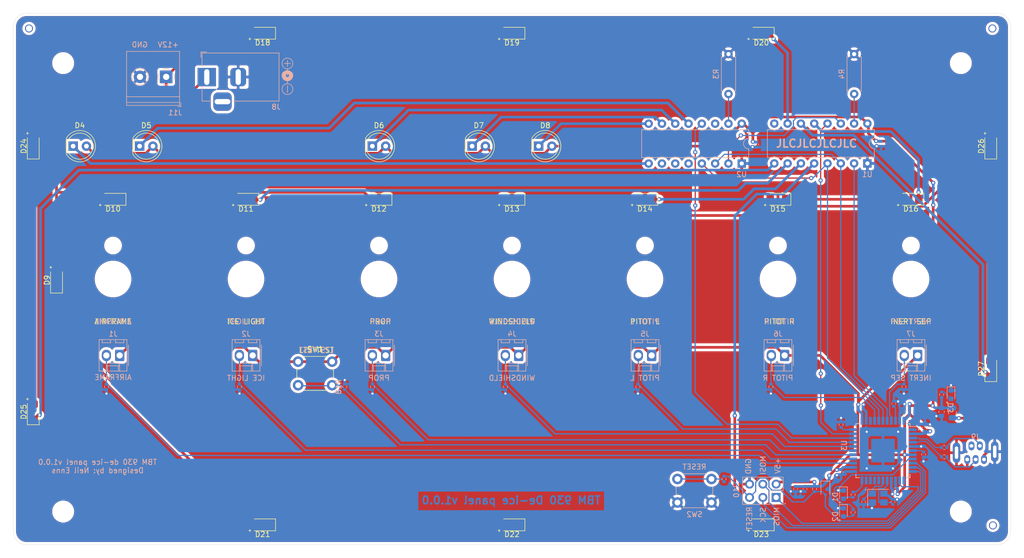
<source format=kicad_pcb>
(kicad_pcb (version 20171130) (host pcbnew "(5.1.10)-1")
  (layers (0 F.Cu signal) (31 B.Cu signal) (34 B.Paste user) (35 F.Paste user hide) (36 B.SilkS user) (37 F.SilkS user hide) (38 B.Mask user) (39 F.Mask user hide) (44 Edge.Cuts user))
  (net 0 "")
  (net 1 +5V)
  (net 2 GND)
  (net 3 AIRFRAME_1)
  (net 4 AIRFRAME_2)
  (net 5 PROP)
  (net 6 WINDSHIELD_1)
  (net 7 WINDSHIELD_2)
  (net 8 "Net-(U2-Pad14)")
  (net 9 +12V_LED)
  (net 10 BACKLIGHT1)
  (net 11 BACKLIGHT2)
  (net 12 "Net-(D12-Pad1)")
  (net 13 BACKLIGHT3)
  (net 14 "Net-(D15-Pad1)")
  (net 15 BACKLIGHT4)
  (net 16 "Net-(D18-Pad1)")
  (net 17 BACKLIGHT5)
  (net 18 LED_LATCH)
  (net 19 LED_CLOCK)
  (net 20 LED_DATA)
  (net 21 BACKLIGHT6)
  (net 22 "Net-(D10-Pad1)")
  (net 23 "Net-(D13-Pad1)")
  (net 24 "Net-(D19-Pad1)")
  (net 25 BACKLIGHT7)
  (net 26 /XTAL1)
  (net 27 /XTAL2)
  (net 28 "Net-(D1-Pad2)")
  (net 29 "Net-(D2-Pad2)")
  (net 30 "Net-(D3-Pad2)")
  (net 31 /MISO)
  (net 32 /SCK)
  (net 33 /MOSI)
  (net 34 /D+)
  (net 35 /D-)
  (net 36 /D17)
  (net 37 /D7)
  (net 38 /RXI)
  (net 39 /TXO)
  (net 40 INDICATOR_BRIGHT)
  (net 41 BACKLIGHT_BRIGHT)
  (net 42 SW_AIRFRAME)
  (net 43 SW_ICE_LIGHT)
  (net 44 SW_PROP)
  (net 45 SW_WINDSHIELD)
  (net 46 SW_PITOT_L)
  (net 47 SW_PITOT_R)
  (net 48 SW_INERT_SEP)
  (net 49 SW_LTS_TEST)
  (net 50 /D2)
  (net 51 "Net-(U1-Pad14)")
  (net 52 "Net-(C6-Pad1)")
  (net 53 "Net-(D21-Pad1)")
  (net 54 "Net-(J9-Pad4)")
  (net 55 "Net-(R5-Pad2)")
  (net 56 "Net-(D10-Pad2)")
  (net 57 "Net-(D22-Pad1)")
  (net 58 "Net-(D24-Pad1)")
  (net 59 "Net-(D26-Pad1)")
  (net 60 /DR-)
  (net 61 /DR+)
  (net 62 "Net-(C7-Pad1)")
  (net 63 "Net-(R9-Pad1)")
  (net 64 /D3)
  (net 65 "Net-(U3-Pad12)")
  (net 66 "Net-(R3-Pad2)")
  (net 67 "Net-(R4-Pad2)")
  (net 68 "Net-(R11-Pad1)")
  (net 69 RESET)
  (net 70 /VBUS)
  (net 71 "Net-(U2-Pad5)")
  (net 72 "Net-(U2-Pad6)")
  (net 73 "Net-(U2-Pad7)")
  (net 74 /A0)
  (net 75 "Net-(U1-Pad9)")
  (module "Global MobiFlight panel parts:JLCPCB_Tooling_Hole" (layer F.Cu) (at 226.47 140.545)
    (fp_text reference TH3)
    (fp_text value MountingHole)
    (pad "" np_thru_hole circle (at 0 -0.1) (size 1.524 1.524) (drill 1.152) (layers *.Cu *.Mask))
  )
  (module "Global MobiFlight panel parts:JLCPCB_Tooling_Hole" (layer F.Cu) (at 226.37 45.545)
    (fp_text reference TH2)
    (fp_text value MountingHole)
    (pad "" np_thru_hole circle (at 0 -0.1) (size 1.524 1.524) (drill 1.152) (layers *.Cu *.Mask))
  )
  (module "Global MobiFlight panel parts:JLCPCB_Tooling_Hole" (layer F.Cu) (at 42.37 45.545)
    (fp_text reference TH1)
    (fp_text value MountingHole)
    (pad "" np_thru_hole circle (at 0 -0.1) (size 1.524 1.524) (drill 1.152) (layers *.Cu *.Mask))
  )
  (module Diode_SMD:D_SOD-323F (layer B.Cu) (at 194.47 133.477 270)
    (fp_text reference D17)
    (fp_text value D)
    (pad 1 smd rect (at -1.1 0 270) (size 0.5 0.5) (layers B.Cu B.Paste B.Mask) (net 1 +5V))
    (pad 2 smd rect (at 1.1 0 270) (size 0.5 0.5) (layers B.Cu B.Paste B.Mask) (net 69 RESET))
  )
  (module Button_Switch_THT:SW_PUSH_6mm_H4.3mm (layer B.Cu) (at 172.72 131.572 180)
    (fp_text reference SW2 (at 3.25 -6.773) (layer B.SilkS) (effects (justify mirror)))
    (fp_text value SW_Push)
    (pad 2 thru_hole circle (at 0 -4.5 90) (size 2 2) (drill 1.1) (layers *.Cu *.Mask) (net 2 GND))
    (pad 1 thru_hole circle (at 0 0 90) (size 2 2) (drill 1.1) (layers *.Cu *.Mask) (net 63 "Net-(R9-Pad1)"))
    (pad 2 thru_hole circle (at 6.5 -4.5 90) (size 2 2) (drill 1.1) (layers *.Cu *.Mask) (net 2 GND))
    (pad 1 thru_hole circle (at 6.5 0 90) (size 2 2) (drill 1.1) (layers *.Cu *.Mask) (net 63 "Net-(R9-Pad1)"))
  )
  (module Crystal:Crystal_SMD_3225-4Pin_3.2x2.5mm (layer B.Cu) (at 204.556 135.1995)
    (fp_text reference Y1)
    (fp_text value Crystal_GND24)
    (pad 1 smd rect (at -1.1 -0.85) (size 1.4 1.2) (layers B.Cu B.Paste B.Mask) (net 26 /XTAL1))
    (pad 2 smd rect (at 1.1 -0.85) (size 1.4 1.2) (layers B.Cu B.Paste B.Mask) (net 2 GND))
    (pad 3 smd rect (at 1.1 0.85) (size 1.4 1.2) (layers B.Cu B.Paste B.Mask) (net 27 /XTAL2))
    (pad 4 smd rect (at -1.1 0.85) (size 1.4 1.2) (layers B.Cu B.Paste B.Mask) (net 2 GND))
  )
  (module Connector_PinHeader_2.54mm:PinHeader_2x03_P2.54mm_Vertical (layer B.Cu) (at 185.07 135.095 90)
    (fp_text reference J10 (at 1.27 -7.6 90) (layer B.SilkS) (effects (justify mirror)))
    (fp_text value AVR-ISP-6)
    (pad 1 thru_hole rect (at 0 0 90) (size 1.7 1.7) (drill 1) (layers *.Cu *.Mask) (net 31 /MISO))
    (pad 2 thru_hole oval (at 2.54 0 90) (size 1.7 1.7) (drill 1) (layers *.Cu *.Mask) (net 1 +5V))
    (pad 3 thru_hole oval (at 0 -2.54 90) (size 1.7 1.7) (drill 1) (layers *.Cu *.Mask) (net 32 /SCK))
    (pad 4 thru_hole oval (at 2.54 -2.54 90) (size 1.7 1.7) (drill 1) (layers *.Cu *.Mask) (net 33 /MOSI))
    (pad 5 thru_hole oval (at 0 -5.08 90) (size 1.7 1.7) (drill 1) (layers *.Cu *.Mask) (net 69 RESET))
    (pad 6 thru_hole oval (at 2.54 -5.08 90) (size 1.7 1.7) (drill 1) (layers *.Cu *.Mask) (net 2 GND))
  )
  (module Button_Switch_THT:SW_PUSH_6mm_H9.5mm (layer F.Cu) (at 93.77 109.145)
    (fp_text reference SW1 (at 3.25 -2.4) (layer F.SilkS))
    (fp_text value SW_Push)
    (pad 1 thru_hole circle (at 6.5 0 90) (size 2 2) (drill 1.1) (layers *.Cu *.Mask) (net 1 +5V))
    (pad 2 thru_hole circle (at 6.5 4.5 90) (size 2 2) (drill 1.1) (layers *.Cu *.Mask) (net 49 SW_LTS_TEST))
    (pad 1 thru_hole circle (at 0 0 90) (size 2 2) (drill 1.1) (layers *.Cu *.Mask) (net 1 +5V))
    (pad 2 thru_hole circle (at 0 4.5 90) (size 2 2) (drill 1.1) (layers *.Cu *.Mask) (net 49 SW_LTS_TEST))
  )
  (module MountingHole:MountingHole_3.2mm_M3 (layer F.Cu) (at 220.345 137.795)
    (fp_text reference HOLE4 hide)
    (fp_text value MountingHole)
    (pad 1 np_thru_hole circle (at 0 0) (size 3.2 3.2) (drill 3.2) (layers *.Cu *.Mask))
  )
  (module MountingHole:MountingHole_3.2mm_M3 (layer F.Cu) (at 220.345 52.07)
    (fp_text reference HOLE2)
    (fp_text value MountingHole)
    (pad 1 np_thru_hole circle (at 0 0) (size 3.2 3.2) (drill 3.2) (layers *.Cu *.Mask))
  )
  (module MountingHole:MountingHole_3.2mm_M3 (layer F.Cu) (at 48.895 137.795)
    (fp_text reference HOLE3)
    (fp_text value MountingHole)
    (pad 1 np_thru_hole circle (at 0 0) (size 3.2 3.2) (drill 3.2) (layers *.Cu *.Mask))
  )
  (module MountingHole:MountingHole_3.2mm_M3 (layer F.Cu) (at 48.895 52.07)
    (fp_text reference HOLE1)
    (fp_text value MountingHole)
    (pad 1 np_thru_hole circle (at 0 0) (size 3.2 3.2) (drill 3.2) (layers *.Cu *.Mask))
  )
  (module "Global MobiFlight panel parts:MiniToggleSPDT_screw_mount" (layer F.Cu) (at 210.82 93.345)
    (fp_text reference TSW7)
    (fp_text value MountingHole)
    (pad "" np_thru_hole circle (at 0 0) (size 6 6) (drill 6) (layers *.Cu *.Mask))
    (pad "" np_thru_hole circle (at 0 -6.4) (size 2.4 2.4) (drill 2.4) (layers *.Cu *.Mask))
  )
  (module "Global MobiFlight panel parts:MiniToggleSPDT_screw_mount" (layer F.Cu) (at 185.42 93.345)
    (fp_text reference TSW6)
    (fp_text value MountingHole)
    (pad "" np_thru_hole circle (at 0 0) (size 6 6) (drill 6) (layers *.Cu *.Mask))
    (pad "" np_thru_hole circle (at 0 -6.4) (size 2.4 2.4) (drill 2.4) (layers *.Cu *.Mask))
  )
  (module "Global MobiFlight panel parts:MiniToggleSPDT_screw_mount" (layer F.Cu) (at 160.02 93.345)
    (fp_text reference TSW5)
    (fp_text value MountingHole)
    (pad "" np_thru_hole circle (at 0 0) (size 6 6) (drill 6) (layers *.Cu *.Mask))
    (pad "" np_thru_hole circle (at 0 -6.4) (size 2.4 2.4) (drill 2.4) (layers *.Cu *.Mask))
  )
  (module "Global MobiFlight panel parts:MiniToggleSPDT_screw_mount" (layer F.Cu) (at 134.62 93.345)
    (fp_text reference TSW4)
    (fp_text value MountingHole)
    (pad "" np_thru_hole circle (at 0 0) (size 6 6) (drill 6) (layers *.Cu *.Mask))
    (pad "" np_thru_hole circle (at 0 -6.4) (size 2.4 2.4) (drill 2.4) (layers *.Cu *.Mask))
  )
  (module "Global MobiFlight panel parts:MiniToggleSPDT_screw_mount" (layer F.Cu) (at 109.22 93.345)
    (fp_text reference TSW3)
    (fp_text value MountingHole)
    (pad "" np_thru_hole circle (at 0 0) (size 6 6) (drill 6) (layers *.Cu *.Mask))
    (pad "" np_thru_hole circle (at 0 -6.4) (size 2.4 2.4) (drill 2.4) (layers *.Cu *.Mask))
  )
  (module "Global MobiFlight panel parts:MiniToggleSPDT_screw_mount" (layer F.Cu) (at 83.82 93.345)
    (fp_text reference TSW2)
    (fp_text value MountingHole)
    (pad "" np_thru_hole circle (at 0 0) (size 6 6) (drill 6) (layers *.Cu *.Mask))
    (pad "" np_thru_hole circle (at 0 -6.4) (size 2.4 2.4) (drill 2.4) (layers *.Cu *.Mask))
  )
  (module "Global MobiFlight panel parts:MiniToggleSPDT_screw_mount" (layer F.Cu) (at 58.42 93.345)
    (fp_text reference TSW1)
    (fp_text value MountingHole)
    (pad "" np_thru_hole circle (at 0 0) (size 6 6) (drill 6) (layers *.Cu *.Mask))
    (pad "" np_thru_hole circle (at 0 -6.4) (size 2.4 2.4) (drill 2.4) (layers *.Cu *.Mask))
  )
  (module LED_THT:LED_D5.0mm (layer F.Cu) (at 50.8 67.945)
    (fp_text reference D4 (at 1.27 -3.96) (layer F.SilkS))
    (fp_text value "AIRFRAME 1")
    (pad 1 thru_hole rect (at 0 0) (size 1.8 1.8) (drill 0.9) (layers *.Cu *.Mask) (net 3 AIRFRAME_1))
    (pad 2 thru_hole circle (at 2.54 0) (size 1.8 1.8) (drill 0.9) (layers *.Cu *.Mask) (net 1 +5V))
  )
  (module LED_THT:LED_D5.0mm (layer F.Cu) (at 63.5 67.945)
    (fp_text reference D5 (at 1.27 -3.96) (layer F.SilkS))
    (fp_text value "AIRFRAME 2")
    (pad 2 thru_hole circle (at 2.54 0) (size 1.8 1.8) (drill 0.9) (layers *.Cu *.Mask) (net 1 +5V))
    (pad 1 thru_hole rect (at 0 0) (size 1.8 1.8) (drill 0.9) (layers *.Cu *.Mask) (net 4 AIRFRAME_2))
  )
  (module LED_THT:LED_D5.0mm (layer F.Cu) (at 107.95 67.945)
    (fp_text reference D6 (at 1.27 -3.96) (layer F.SilkS))
    (fp_text value PROP)
    (pad 1 thru_hole rect (at 0 0) (size 1.8 1.8) (drill 0.9) (layers *.Cu *.Mask) (net 5 PROP))
    (pad 2 thru_hole circle (at 2.54 0) (size 1.8 1.8) (drill 0.9) (layers *.Cu *.Mask) (net 1 +5V))
  )
  (module LED_THT:LED_D5.0mm (layer F.Cu) (at 127 67.945)
    (fp_text reference D7 (at 1.27 -3.96) (layer F.SilkS))
    (fp_text value "WINDSHIELD 1")
    (pad 2 thru_hole circle (at 2.54 0) (size 1.8 1.8) (drill 0.9) (layers *.Cu *.Mask) (net 1 +5V))
    (pad 1 thru_hole rect (at 0 0) (size 1.8 1.8) (drill 0.9) (layers *.Cu *.Mask) (net 6 WINDSHIELD_1))
  )
  (module LED_THT:LED_D5.0mm (layer F.Cu) (at 139.7 67.945)
    (fp_text reference D8 (at 1.27 -3.96) (layer F.SilkS))
    (fp_text value "WINDSHIELD 2")
    (pad 1 thru_hole rect (at 0 0) (size 1.8 1.8) (drill 0.9) (layers *.Cu *.Mask) (net 7 WINDSHIELD_2))
    (pad 2 thru_hole circle (at 2.54 0) (size 1.8 1.8) (drill 0.9) (layers *.Cu *.Mask) (net 1 +5V))
  )
  (module Connector_Molex:Molex_KK-254_AE-6410-02A_1x02_P2.54mm_Vertical (layer B.Cu) (at 59.69 107.95 180)
    (fp_text reference J1 (at 1.27 4.12) (layer B.SilkS) (effects (justify mirror)))
    (fp_text value SW_AIRFRAME_DE_ICE)
    (pad 1 thru_hole roundrect (at 0 0 180) (size 1.74 2.19) (drill 1.19) (layers *.Cu *.Mask) (roundrect_rratio 0.1436775862068966) (net 1 +5V))
    (pad 2 thru_hole oval (at 2.54 0 180) (size 1.74 2.19) (drill 1.19) (layers *.Cu *.Mask) (net 42 SW_AIRFRAME))
  )
  (module Connector_Molex:Molex_KK-254_AE-6410-02A_1x02_P2.54mm_Vertical (layer B.Cu) (at 85.09 107.95 180)
    (fp_text reference J2 (at 1.27 4.12) (layer B.SilkS) (effects (justify mirror)))
    (fp_text value SW_ICE_LIGHT)
    (pad 2 thru_hole oval (at 2.54 0 180) (size 1.74 2.19) (drill 1.19) (layers *.Cu *.Mask) (net 43 SW_ICE_LIGHT))
    (pad 1 thru_hole roundrect (at 0 0 180) (size 1.74 2.19) (drill 1.19) (layers *.Cu *.Mask) (roundrect_rratio 0.1436775862068966) (net 1 +5V))
  )
  (module Connector_Molex:Molex_KK-254_AE-6410-02A_1x02_P2.54mm_Vertical (layer B.Cu) (at 110.49 107.95 180)
    (fp_text reference J3 (at 1.27 4.12) (layer B.SilkS) (effects (justify mirror)))
    (fp_text value SW_PROP_DE_ICE)
    (pad 1 thru_hole roundrect (at 0 0 180) (size 1.74 2.19) (drill 1.19) (layers *.Cu *.Mask) (roundrect_rratio 0.1436775862068966) (net 1 +5V))
    (pad 2 thru_hole oval (at 2.54 0 180) (size 1.74 2.19) (drill 1.19) (layers *.Cu *.Mask) (net 44 SW_PROP))
  )
  (module Connector_Molex:Molex_KK-254_AE-6410-02A_1x02_P2.54mm_Vertical (layer B.Cu) (at 135.89 107.95 180)
    (fp_text reference J4 (at 1.27 4.12) (layer B.SilkS) (effects (justify mirror)))
    (fp_text value SW_WIND_SHIELD)
    (pad 2 thru_hole oval (at 2.54 0 180) (size 1.74 2.19) (drill 1.19) (layers *.Cu *.Mask) (net 45 SW_WINDSHIELD))
    (pad 1 thru_hole roundrect (at 0 0 180) (size 1.74 2.19) (drill 1.19) (layers *.Cu *.Mask) (roundrect_rratio 0.1436775862068966) (net 1 +5V))
  )
  (module Connector_Molex:Molex_KK-254_AE-6410-02A_1x02_P2.54mm_Vertical (layer B.Cu) (at 161.29 107.95 180)
    (fp_text reference J5 (at 1.27 4.12) (layer B.SilkS) (effects (justify mirror)))
    (fp_text value SW_PITOT_L_HTR)
    (pad 1 thru_hole roundrect (at 0 0 180) (size 1.74 2.19) (drill 1.19) (layers *.Cu *.Mask) (roundrect_rratio 0.1436775862068966) (net 1 +5V))
    (pad 2 thru_hole oval (at 2.54 0 180) (size 1.74 2.19) (drill 1.19) (layers *.Cu *.Mask) (net 46 SW_PITOT_L))
  )
  (module Connector_Molex:Molex_KK-254_AE-6410-02A_1x02_P2.54mm_Vertical (layer B.Cu) (at 186.69 107.95 180)
    (fp_text reference J6 (at 1.27 4.12) (layer B.SilkS) (effects (justify mirror)))
    (fp_text value SW_PITOT_R_HTR)
    (pad 2 thru_hole oval (at 2.54 0 180) (size 1.74 2.19) (drill 1.19) (layers *.Cu *.Mask) (net 47 SW_PITOT_R))
    (pad 1 thru_hole roundrect (at 0 0 180) (size 1.74 2.19) (drill 1.19) (layers *.Cu *.Mask) (roundrect_rratio 0.1436775862068966) (net 1 +5V))
  )
  (module Connector_Molex:Molex_KK-254_AE-6410-02A_1x02_P2.54mm_Vertical (layer B.Cu) (at 212.09 107.95 180)
    (fp_text reference J7 (at 1.27 4.12) (layer B.SilkS) (effects (justify mirror)))
    (fp_text value SW_INERT_SEP)
    (pad 1 thru_hole roundrect (at 0 0 180) (size 1.74 2.19) (drill 1.19) (layers *.Cu *.Mask) (roundrect_rratio 0.1436775862068966) (net 1 +5V))
    (pad 2 thru_hole oval (at 2.54 0 180) (size 1.74 2.19) (drill 1.19) (layers *.Cu *.Mask) (net 48 SW_INERT_SEP))
  )
  (module Capacitor_SMD:C_0603_1608Metric (layer B.Cu) (at 216.67 118.745 270)
    (fp_text reference C10)
    (fp_text value 10uF)
    (pad 2 smd roundrect (at 0.775 0 270) (size 0.9 0.95) (layers B.Cu B.Paste B.Mask) (net 2 GND))
    (pad 1 smd roundrect (at -0.775 0 270) (size 0.9 0.95) (layers B.Cu B.Paste B.Mask) (net 1 +5V))
  )
  (module Capacitor_SMD:C_0402_1005Metric (layer B.Cu) (at 201.77 135.945 270)
    (fp_text reference C16)
    (fp_text value 20pf)
    (pad 2 smd roundrect (at 0.48 0 270) (size 0.56 0.62) (layers B.Cu B.Paste B.Mask) (net 2 GND))
    (pad 1 smd roundrect (at -0.48 0 270) (size 0.56 0.62) (layers B.Cu B.Paste B.Mask) (net 26 /XTAL1))
  )
  (module Capacitor_SMD:C_0402_1005Metric (layer B.Cu) (at 207.37 135.945 90)
    (fp_text reference C17)
    (fp_text value 20pf)
    (pad 1 smd roundrect (at -0.48 0 90) (size 0.56 0.62) (layers B.Cu B.Paste B.Mask) (net 27 /XTAL2))
    (pad 2 smd roundrect (at 0.48 0 90) (size 0.56 0.62) (layers B.Cu B.Paste B.Mask) (net 2 GND))
  )
  (module Capacitor_SMD:C_0805_2012Metric (layer B.Cu) (at 218.7575 118.9355 270)
    (fp_text reference FB1)
    (fp_text value Ferrite_Bead_Small)
    (pad 1 smd roundrect (at -0.95 0 270) (size 1 1.45) (layers B.Cu B.Paste B.Mask) (net 1 +5V))
    (pad 2 smd roundrect (at 0.95 0 270) (size 1 1.45) (layers B.Cu B.Paste B.Mask) (net 70 /VBUS))
  )
  (module Capacitor_SMD:C_0603_1608Metric (layer B.Cu) (at 213.495 121.845 90)
    (fp_text reference C1)
    (fp_text value 10uF)
    (pad 1 smd roundrect (at -0.775 0 90) (size 0.9 0.95) (layers B.Cu B.Paste B.Mask) (net 1 +5V))
    (pad 2 smd roundrect (at 0.775 0 90) (size 0.9 0.95) (layers B.Cu B.Paste B.Mask) (net 2 GND))
  )
  (module Package_DIP:DIP-16_W7.62mm (layer B.Cu) (at 178.5 71.267 90)
    (fp_text reference U2 (at -2.078 -0.03 180) (layer B.SilkS) (effects (justify mirror)))
    (fp_text value TLC5917IN)
    (pad 1 thru_hole rect (at 0 0 90) (size 1.6 1.6) (drill 0.8) (layers *.Cu *.Mask) (net 2 GND))
    (pad 9 thru_hole oval (at 7.62 -17.78 90) (size 1.6 1.6) (drill 0.8) (layers *.Cu *.Mask) (net 7 WINDSHIELD_2))
    (pad 2 thru_hole oval (at 0 -2.54 90) (size 1.6 1.6) (drill 0.8) (layers *.Cu *.Mask) (net 51 "Net-(U1-Pad14)"))
    (pad 10 thru_hole oval (at 7.62 -15.24 90) (size 1.6 1.6) (drill 0.8) (layers *.Cu *.Mask) (net 6 WINDSHIELD_1))
    (pad 3 thru_hole oval (at 0 -5.08 90) (size 1.6 1.6) (drill 0.8) (layers *.Cu *.Mask) (net 19 LED_CLOCK))
    (pad 11 thru_hole oval (at 7.62 -12.7 90) (size 1.6 1.6) (drill 0.8) (layers *.Cu *.Mask) (net 5 PROP))
    (pad 4 thru_hole oval (at 0 -7.62 90) (size 1.6 1.6) (drill 0.8) (layers *.Cu *.Mask) (net 18 LED_LATCH))
    (pad 12 thru_hole oval (at 7.62 -10.16 90) (size 1.6 1.6) (drill 0.8) (layers *.Cu *.Mask) (net 4 AIRFRAME_2))
    (pad 5 thru_hole oval (at 0 -10.16 90) (size 1.6 1.6) (drill 0.8) (layers *.Cu *.Mask) (net 71 "Net-(U2-Pad5)"))
    (pad 13 thru_hole oval (at 7.62 -7.62 90) (size 1.6 1.6) (drill 0.8) (layers *.Cu *.Mask) (net 40 INDICATOR_BRIGHT))
    (pad 6 thru_hole oval (at 0 -12.7 90) (size 1.6 1.6) (drill 0.8) (layers *.Cu *.Mask) (net 72 "Net-(U2-Pad6)"))
    (pad 14 thru_hole oval (at 7.62 -5.08 90) (size 1.6 1.6) (drill 0.8) (layers *.Cu *.Mask) (net 8 "Net-(U2-Pad14)"))
    (pad 7 thru_hole oval (at 0 -15.24 90) (size 1.6 1.6) (drill 0.8) (layers *.Cu *.Mask) (net 73 "Net-(U2-Pad7)"))
    (pad 15 thru_hole oval (at 7.62 -2.54 90) (size 1.6 1.6) (drill 0.8) (layers *.Cu *.Mask) (net 66 "Net-(R3-Pad2)"))
    (pad 8 thru_hole oval (at 0 -17.78 90) (size 1.6 1.6) (drill 0.8) (layers *.Cu *.Mask) (net 3 AIRFRAME_1))
    (pad 16 thru_hole oval (at 7.62 0 90) (size 1.6 1.6) (drill 0.8) (layers *.Cu *.Mask) (net 1 +5V))
  )
  (module Package_DIP:DIP-16_W7.62mm (layer B.Cu) (at 202.5 71.244 90)
    (fp_text reference U1 (at -2.101 -0.03 180) (layer B.SilkS) (effects (justify mirror)))
    (fp_text value TLC5917IN)
    (pad 16 thru_hole oval (at 7.62 0 90) (size 1.6 1.6) (drill 0.8) (layers *.Cu *.Mask) (net 1 +5V))
    (pad 8 thru_hole oval (at 0 -17.78 90) (size 1.6 1.6) (drill 0.8) (layers *.Cu *.Mask) (net 21 BACKLIGHT6))
    (pad 15 thru_hole oval (at 7.62 -2.54 90) (size 1.6 1.6) (drill 0.8) (layers *.Cu *.Mask) (net 67 "Net-(R4-Pad2)"))
    (pad 7 thru_hole oval (at 0 -15.24 90) (size 1.6 1.6) (drill 0.8) (layers *.Cu *.Mask) (net 10 BACKLIGHT1))
    (pad 14 thru_hole oval (at 7.62 -5.08 90) (size 1.6 1.6) (drill 0.8) (layers *.Cu *.Mask) (net 51 "Net-(U1-Pad14)"))
    (pad 6 thru_hole oval (at 0 -12.7 90) (size 1.6 1.6) (drill 0.8) (layers *.Cu *.Mask) (net 11 BACKLIGHT2))
    (pad 13 thru_hole oval (at 7.62 -7.62 90) (size 1.6 1.6) (drill 0.8) (layers *.Cu *.Mask) (net 41 BACKLIGHT_BRIGHT))
    (pad 5 thru_hole oval (at 0 -10.16 90) (size 1.6 1.6) (drill 0.8) (layers *.Cu *.Mask) (net 17 BACKLIGHT5))
    (pad 12 thru_hole oval (at 7.62 -10.16 90) (size 1.6 1.6) (drill 0.8) (layers *.Cu *.Mask) (net 13 BACKLIGHT3))
    (pad 4 thru_hole oval (at 0 -7.62 90) (size 1.6 1.6) (drill 0.8) (layers *.Cu *.Mask) (net 18 LED_LATCH))
    (pad 11 thru_hole oval (at 7.62 -12.7 90) (size 1.6 1.6) (drill 0.8) (layers *.Cu *.Mask) (net 25 BACKLIGHT7))
    (pad 3 thru_hole oval (at 0 -5.08 90) (size 1.6 1.6) (drill 0.8) (layers *.Cu *.Mask) (net 19 LED_CLOCK))
    (pad 10 thru_hole oval (at 7.62 -15.24 90) (size 1.6 1.6) (drill 0.8) (layers *.Cu *.Mask) (net 15 BACKLIGHT4))
    (pad 2 thru_hole oval (at 0 -2.54 90) (size 1.6 1.6) (drill 0.8) (layers *.Cu *.Mask) (net 20 LED_DATA))
    (pad 9 thru_hole oval (at 7.62 -17.78 90) (size 1.6 1.6) (drill 0.8) (layers *.Cu *.Mask) (net 75 "Net-(U1-Pad9)"))
    (pad 1 thru_hole rect (at 0 0 90) (size 1.6 1.6) (drill 0.8) (layers *.Cu *.Mask) (net 2 GND))
  )
  (module TerminalBlock_Philmore:TerminalBlock_Philmore_TB132_1x02_P5.00mm_Horizontal (layer B.Cu) (at 68.57 54.695 180)
    (fp_text reference J11 (at -1.7 -6.85) (layer B.SilkS) (effects (justify mirror)))
    (fp_text value Screw_Terminal_01x02)
    (pad 1 thru_hole rect (at 0 0 180) (size 2.4 2.4) (drill 1.2) (layers *.Cu *.Mask) (net 9 +12V_LED))
    (pad 2 thru_hole circle (at 5 0 180) (size 2.4 2.4) (drill 1.2) (layers *.Cu *.Mask) (net 2 GND))
  )
  (module Package_QFP:TQFP-44-1EP_10x10mm_P0.8mm_EP4.5x4.5mm (layer B.Cu) (at 205.47 126.145 180)
    (fp_text reference U3 (at 7.4 1 90) (layer B.SilkS) (effects (justify mirror)))
    (fp_text value ATmega32U4-MU)
    (pad 1 smd rect (at -5.7 4 180) (size 1.5 0.55) (layers B.Cu B.Paste B.Mask) (net 37 /D7))
    (pad 2 smd rect (at -5.7 3.2 180) (size 1.5 0.55) (layers B.Cu B.Paste B.Mask) (net 1 +5V))
    (pad 3 smd rect (at -5.7 2.4 180) (size 1.5 0.55) (layers B.Cu B.Paste B.Mask) (net 35 /D-))
    (pad 4 smd rect (at -5.7 1.6 180) (size 1.5 0.55) (layers B.Cu B.Paste B.Mask) (net 34 /D+))
    (pad 5 smd rect (at -5.7 0.8 180) (size 1.5 0.55) (layers B.Cu B.Paste B.Mask) (net 2 GND))
    (pad 6 smd rect (at -5.7 0 180) (size 1.5 0.55) (layers B.Cu B.Paste B.Mask) (net 62 "Net-(C7-Pad1)"))
    (pad 7 smd rect (at -5.7 -0.8 180) (size 1.5 0.55) (layers B.Cu B.Paste B.Mask) (net 1 +5V))
    (pad 8 smd rect (at -5.7 -1.6 180) (size 1.5 0.55) (layers B.Cu B.Paste B.Mask) (net 36 /D17))
    (pad 9 smd rect (at -5.7 -2.4 180) (size 1.5 0.55) (layers B.Cu B.Paste B.Mask) (net 32 /SCK))
    (pad 10 smd rect (at -5.7 -3.2 180) (size 1.5 0.55) (layers B.Cu B.Paste B.Mask) (net 33 /MOSI))
    (pad 11 smd rect (at -5.7 -4 180) (size 1.5 0.55) (layers B.Cu B.Paste B.Mask) (net 31 /MISO))
    (pad 12 smd rect (at -4 -5.7 90) (size 1.5 0.55) (layers B.Cu B.Paste B.Mask) (net 65 "Net-(U3-Pad12)"))
    (pad 13 smd rect (at -3.2 -5.7 90) (size 1.5 0.55) (layers B.Cu B.Paste B.Mask) (net 69 RESET))
    (pad 14 smd rect (at -2.4 -5.7 90) (size 1.5 0.55) (layers B.Cu B.Paste B.Mask) (net 1 +5V))
    (pad 15 smd rect (at -1.6 -5.7 90) (size 1.5 0.55) (layers B.Cu B.Paste B.Mask) (net 2 GND))
    (pad 16 smd rect (at -0.8 -5.7 90) (size 1.5 0.55) (layers B.Cu B.Paste B.Mask) (net 27 /XTAL2))
    (pad 17 smd rect (at 0 -5.7 90) (size 1.5 0.55) (layers B.Cu B.Paste B.Mask) (net 26 /XTAL1))
    (pad 18 smd rect (at 0.8 -5.7 90) (size 1.5 0.55) (layers B.Cu B.Paste B.Mask) (net 64 /D3))
    (pad 19 smd rect (at 1.6 -5.7 90) (size 1.5 0.55) (layers B.Cu B.Paste B.Mask) (net 50 /D2))
    (pad 20 smd rect (at 2.4 -5.7 90) (size 1.5 0.55) (layers B.Cu B.Paste B.Mask) (net 38 /RXI))
    (pad 21 smd rect (at 3.2 -5.7 90) (size 1.5 0.55) (layers B.Cu B.Paste B.Mask) (net 39 /TXO))
    (pad 22 smd rect (at 4 -5.7 90) (size 1.5 0.55) (layers B.Cu B.Paste B.Mask) (net 55 "Net-(R5-Pad2)"))
    (pad 23 smd rect (at 5.7 -4 180) (size 1.5 0.55) (layers B.Cu B.Paste B.Mask) (net 2 GND))
    (pad 24 smd rect (at 5.7 -3.2 180) (size 1.5 0.55) (layers B.Cu B.Paste B.Mask) (net 1 +5V))
    (pad 25 smd rect (at 5.7 -2.4 180) (size 1.5 0.55) (layers B.Cu B.Paste B.Mask) (net 42 SW_AIRFRAME))
    (pad 26 smd rect (at 5.7 -1.6 180) (size 1.5 0.55) (layers B.Cu B.Paste B.Mask) (net 43 SW_ICE_LIGHT))
    (pad 27 smd rect (at 5.7 -0.8 180) (size 1.5 0.55) (layers B.Cu B.Paste B.Mask) (net 49 SW_LTS_TEST))
    (pad 28 smd rect (at 5.7 0 180) (size 1.5 0.55) (layers B.Cu B.Paste B.Mask) (net 44 SW_PROP))
    (pad 29 smd rect (at 5.7 0.8 180) (size 1.5 0.55) (layers B.Cu B.Paste B.Mask) (net 45 SW_WINDSHIELD))
    (pad 30 smd rect (at 5.7 1.6 180) (size 1.5 0.55) (layers B.Cu B.Paste B.Mask) (net 46 SW_PITOT_L))
    (pad 31 smd rect (at 5.7 2.4 180) (size 1.5 0.55) (layers B.Cu B.Paste B.Mask) (net 40 INDICATOR_BRIGHT))
    (pad 32 smd rect (at 5.7 3.2 180) (size 1.5 0.55) (layers B.Cu B.Paste B.Mask) (net 41 BACKLIGHT_BRIGHT))
    (pad 33 smd rect (at 5.7 4 180) (size 1.5 0.55) (layers B.Cu B.Paste B.Mask) (net 68 "Net-(R11-Pad1)"))
    (pad 34 smd rect (at 4 5.7 90) (size 1.5 0.55) (layers B.Cu B.Paste B.Mask) (net 1 +5V))
    (pad 35 smd rect (at 3.2 5.7 90) (size 1.5 0.55) (layers B.Cu B.Paste B.Mask) (net 2 GND))
    (pad 36 smd rect (at 2.4 5.7 90) (size 1.5 0.55) (layers B.Cu B.Paste B.Mask) (net 74 /A0))
    (pad 37 smd rect (at 1.6 5.7 90) (size 1.5 0.55) (layers B.Cu B.Paste B.Mask) (net 47 SW_PITOT_R))
    (pad 38 smd rect (at 0.8 5.7 90) (size 1.5 0.55) (layers B.Cu B.Paste B.Mask) (net 18 LED_LATCH))
    (pad 39 smd rect (at 0 5.7 90) (size 1.5 0.55) (layers B.Cu B.Paste B.Mask) (net 19 LED_CLOCK))
    (pad 40 smd rect (at -0.8 5.7 90) (size 1.5 0.55) (layers B.Cu B.Paste B.Mask) (net 20 LED_DATA))
    (pad 41 smd rect (at -1.6 5.7 90) (size 1.5 0.55) (layers B.Cu B.Paste B.Mask) (net 48 SW_INERT_SEP))
    (pad 42 smd rect (at -2.4 5.7 90) (size 1.5 0.55) (layers B.Cu B.Paste B.Mask) (net 52 "Net-(C6-Pad1)"))
    (pad 43 smd rect (at -3.2 5.7 90) (size 1.5 0.55) (layers B.Cu B.Paste B.Mask) (net 2 GND))
    (pad 44 smd rect (at -4 5.7 90) (size 1.5 0.55) (layers B.Cu B.Paste B.Mask) (net 1 +5V))
    (pad 45 smd rect (at 0 0 180) (size 4.5 4.5) (layers B.Cu B.Mask) (net 2 GND))
  )
  (module Capacitor_SMD:C_0402_1005Metric (layer B.Cu) (at 201.22 118.145)
    (fp_text reference C2)
    (fp_text value 100nf)
    (pad 2 smd roundrect (at 0.48 0) (size 0.56 0.62) (layers B.Cu B.Paste B.Mask) (net 2 GND))
    (pad 1 smd roundrect (at -0.48 0) (size 0.56 0.62) (layers B.Cu B.Paste B.Mask) (net 1 +5V))
  )
  (module Capacitor_SMD:C_0402_1005Metric (layer B.Cu) (at 207.77 133.645 180)
    (fp_text reference C3)
    (fp_text value 100nf)
    (pad 1 smd roundrect (at -0.48 0 180) (size 0.56 0.62) (layers B.Cu B.Paste B.Mask) (net 1 +5V))
    (pad 2 smd roundrect (at 0.48 0 180) (size 0.56 0.62) (layers B.Cu B.Paste B.Mask) (net 2 GND))
  )
  (module Capacitor_SMD:C_0402_1005Metric (layer B.Cu) (at 210.046 118.071 180)
    (fp_text reference C4)
    (fp_text value 100nf)
    (pad 2 smd roundrect (at 0.48 0 180) (size 0.56 0.62) (layers B.Cu B.Paste B.Mask) (net 2 GND))
    (pad 1 smd roundrect (at -0.48 0 180) (size 0.56 0.62) (layers B.Cu B.Paste B.Mask) (net 1 +5V))
  )
  (module Capacitor_SMD:C_0402_1005Metric (layer B.Cu) (at 197.47 130.2395 270)
    (fp_text reference C5)
    (fp_text value 100nf)
    (pad 1 smd roundrect (at -0.48 0 270) (size 0.56 0.62) (layers B.Cu B.Paste B.Mask) (net 1 +5V))
    (pad 2 smd roundrect (at 0.48 0 270) (size 0.56 0.62) (layers B.Cu B.Paste B.Mask) (net 2 GND))
  )
  (module Capacitor_SMD:C_0402_1005Metric (layer B.Cu) (at 207.531 117.1745 90)
    (fp_text reference C6)
    (fp_text value 1uF)
    (pad 1 smd roundrect (at -0.48 0 90) (size 0.56 0.62) (layers B.Cu B.Paste B.Mask) (net 52 "Net-(C6-Pad1)"))
    (pad 2 smd roundrect (at 0.48 0 90) (size 0.56 0.62) (layers B.Cu B.Paste B.Mask) (net 2 GND))
  )
  (module Capacitor_SMD:C_0402_1005Metric (layer B.Cu) (at 213.22 126.895 270)
    (fp_text reference C7)
    (fp_text value 1uF)
    (pad 2 smd roundrect (at 0.48 0 270) (size 0.56 0.62) (layers B.Cu B.Paste B.Mask) (net 2 GND))
    (pad 1 smd roundrect (at -0.48 0 270) (size 0.56 0.62) (layers B.Cu B.Paste B.Mask) (net 62 "Net-(C7-Pad1)"))
  )
  (module Capacitor_SMD:C_0402_1005Metric (layer B.Cu) (at 205.106 67.4975 90)
    (fp_text reference C8)
    (fp_text value 100nf)
    (pad 1 smd roundrect (at -0.48 0 90) (size 0.56 0.62) (layers B.Cu B.Paste B.Mask) (net 2 GND))
    (pad 2 smd roundrect (at 0.48 0 90) (size 0.56 0.62) (layers B.Cu B.Paste B.Mask) (net 1 +5V))
  )
  (module Capacitor_SMD:C_0402_1005Metric (layer B.Cu) (at 181.37 67.645 90)
    (fp_text reference C9)
    (fp_text value 100nf)
    (pad 2 smd roundrect (at 0.48 0 90) (size 0.56 0.62) (layers B.Cu B.Paste B.Mask) (net 1 +5V))
    (pad 1 smd roundrect (at -0.48 0 90) (size 0.56 0.62) (layers B.Cu B.Paste B.Mask) (net 2 GND))
  )
  (module Capacitor_SMD:C_0402_1005Metric (layer B.Cu) (at 190.5905 133.477 270)
    (fp_text reference C11)
    (fp_text value 100nf)
    (pad 1 smd roundrect (at -0.48 0 270) (size 0.56 0.62) (layers B.Cu B.Paste B.Mask) (net 1 +5V))
    (pad 2 smd roundrect (at 0.48 0 270) (size 0.56 0.62) (layers B.Cu B.Paste B.Mask) (net 2 GND))
  )
  (module Capacitor_SMD:C_0402_1005Metric (layer B.Cu) (at 188.77 133.477 270)
    (fp_text reference C12)
    (fp_text value 100nf)
    (pad 2 smd roundrect (at 0.48 0 270) (size 0.56 0.62) (layers B.Cu B.Paste B.Mask) (net 2 GND))
    (pad 1 smd roundrect (at -0.48 0 270) (size 0.56 0.62) (layers B.Cu B.Paste B.Mask) (net 1 +5V))
  )
  (module Resistor_SMD:R_0402_1005Metric (layer B.Cu) (at 199.77 137.945 270)
    (fp_text reference R2)
    (fp_text value 330)
    (pad 2 smd roundrect (at 0.51 0 270) (size 0.54 0.64) (layers B.Cu B.Paste B.Mask) (net 28 "Net-(D1-Pad2)"))
    (pad 1 smd roundrect (at -0.51 0 270) (size 0.54 0.64) (layers B.Cu B.Paste B.Mask) (net 36 /D17))
  )
  (module Resistor_SMD:R_0402_1005Metric (layer B.Cu) (at 199.77 134.5565 90)
    (fp_text reference R5)
    (fp_text value 330)
    (pad 1 smd roundrect (at -0.51 0 90) (size 0.54 0.64) (layers B.Cu B.Paste B.Mask) (net 29 "Net-(D2-Pad2)"))
    (pad 2 smd roundrect (at 0.51 0 90) (size 0.54 0.64) (layers B.Cu B.Paste B.Mask) (net 55 "Net-(R5-Pad2)"))
  )
  (module Resistor_SMD:R_0402_1005Metric (layer B.Cu) (at 216.67 115.4415 90)
    (fp_text reference R6)
    (fp_text value 1K)
    (pad 2 smd roundrect (at 0.51 0 90) (size 0.54 0.64) (layers B.Cu B.Paste B.Mask) (net 30 "Net-(D3-Pad2)"))
    (pad 1 smd roundrect (at -0.51 0 90) (size 0.54 0.64) (layers B.Cu B.Paste B.Mask) (net 1 +5V))
  )
  (module Resistor_SMD:R_0402_1005Metric (layer B.Cu) (at 217.17 127.345 180)
    (fp_text reference R7)
    (fp_text value 22)
    (pad 2 smd roundrect (at 0.51 0 180) (size 0.54 0.64) (layers B.Cu B.Paste B.Mask) (net 34 /D+))
    (pad 1 smd roundrect (at -0.51 0 180) (size 0.54 0.64) (layers B.Cu B.Paste B.Mask) (net 61 /DR+))
  )
  (module Resistor_SMD:R_0402_1005Metric (layer B.Cu) (at 217.17 125.545 180)
    (fp_text reference R8)
    (fp_text value 22)
    (pad 1 smd roundrect (at -0.51 0 180) (size 0.54 0.64) (layers B.Cu B.Paste B.Mask) (net 60 /DR-))
    (pad 2 smd roundrect (at 0.51 0 180) (size 0.54 0.64) (layers B.Cu B.Paste B.Mask) (net 35 /D-))
  )
  (module Resistor_SMD:R_0402_1005Metric (layer B.Cu) (at 175.133 131.572 90)
    (fp_text reference R9)
    (fp_text value 330)
    (pad 1 smd roundrect (at -0.51 0 90) (size 0.54 0.64) (layers B.Cu B.Paste B.Mask) (net 63 "Net-(R9-Pad1)"))
    (pad 2 smd roundrect (at 0.51 0 90) (size 0.54 0.64) (layers B.Cu B.Paste B.Mask) (net 69 RESET))
  )
  (module Resistor_SMD:R_0402_1005Metric (layer B.Cu) (at 192.405 133.477 270)
    (fp_text reference R10)
    (fp_text value 10K)
    (pad 2 smd roundrect (at 0.51 0 270) (size 0.54 0.64) (layers B.Cu B.Paste B.Mask) (net 69 RESET))
    (pad 1 smd roundrect (at -0.51 0 270) (size 0.54 0.64) (layers B.Cu B.Paste B.Mask) (net 1 +5V))
  )
  (module Resistor_SMD:R_0402_1005Metric (layer B.Cu) (at 197.47 121.195 90)
    (fp_text reference R11)
    (fp_text value 10K)
    (pad 1 smd roundrect (at -0.51 0 90) (size 0.54 0.64) (layers B.Cu B.Paste B.Mask) (net 68 "Net-(R11-Pad1)"))
    (pad 2 smd roundrect (at 0.51 0 90) (size 0.54 0.64) (layers B.Cu B.Paste B.Mask) (net 2 GND))
  )
  (module Resistor_THT:R_Axial_DIN0207_L6.3mm_D2.5mm_P7.62mm_Horizontal (layer B.Cu) (at 175.97 50.345 270)
    (fp_text reference R3 (at 3.81 2.37 90) (layer B.SilkS) (effects (justify mirror)))
    (fp_text value 1k)
    (pad 2 thru_hole oval (at 7.62 0 270) (size 1.6 1.6) (drill 0.8) (layers *.Cu *.Mask) (net 66 "Net-(R3-Pad2)"))
    (pad 1 thru_hole circle (at 0 0 270) (size 1.6 1.6) (drill 0.8) (layers *.Cu *.Mask) (net 2 GND))
  )
  (module Resistor_THT:R_Axial_DIN0207_L6.3mm_D2.5mm_P7.62mm_Horizontal (layer B.Cu) (at 199.97 50.345 270)
    (fp_text reference R4 (at 3.81 2.37 90) (layer B.SilkS) (effects (justify mirror)))
    (fp_text value 1k)
    (pad 1 thru_hole circle (at 0 0 270) (size 1.6 1.6) (drill 0.8) (layers *.Cu *.Mask) (net 2 GND))
    (pad 2 thru_hole oval (at 7.62 0 270) (size 1.6 1.6) (drill 0.8) (layers *.Cu *.Mask) (net 67 "Net-(R4-Pad2)"))
  )
  (module Resistor_SMD:R_0402_1005Metric (layer B.Cu) (at 57.17 113.955 270)
    (fp_text reference R1)
    (fp_text value 10k)
    (pad 2 smd roundrect (at 0.51 0 270) (size 0.54 0.64) (layers B.Cu B.Paste B.Mask) (net 2 GND))
    (pad 1 smd roundrect (at -0.51 0 270) (size 0.54 0.64) (layers B.Cu B.Paste B.Mask) (net 42 SW_AIRFRAME))
  )
  (module Resistor_SMD:R_0402_1005Metric (layer B.Cu) (at 82.57 113.955 270)
    (fp_text reference R12)
    (fp_text value 10k)
    (pad 1 smd roundrect (at -0.51 0 270) (size 0.54 0.64) (layers B.Cu B.Paste B.Mask) (net 43 SW_ICE_LIGHT))
    (pad 2 smd roundrect (at 0.51 0 270) (size 0.54 0.64) (layers B.Cu B.Paste B.Mask) (net 2 GND))
  )
  (module Resistor_SMD:R_0402_1005Metric (layer B.Cu) (at 107.97 113.955 270)
    (fp_text reference R13)
    (fp_text value 10k)
    (pad 1 smd roundrect (at -0.51 0 270) (size 0.54 0.64) (layers B.Cu B.Paste B.Mask) (net 44 SW_PROP))
    (pad 2 smd roundrect (at 0.51 0 270) (size 0.54 0.64) (layers B.Cu B.Paste B.Mask) (net 2 GND))
  )
  (module Resistor_SMD:R_0402_1005Metric (layer B.Cu) (at 133.37 113.955 270)
    (fp_text reference R14)
    (fp_text value 10k)
    (pad 2 smd roundrect (at 0.51 0 270) (size 0.54 0.64) (layers B.Cu B.Paste B.Mask) (net 2 GND))
    (pad 1 smd roundrect (at -0.51 0 270) (size 0.54 0.64) (layers B.Cu B.Paste B.Mask) (net 45 SW_WINDSHIELD))
  )
  (module Resistor_SMD:R_0402_1005Metric (layer B.Cu) (at 158.67 113.955 270)
    (fp_text reference R15)
    (fp_text value 10k)
    (pad 1 smd roundrect (at -0.51 0 270) (size 0.54 0.64) (layers B.Cu B.Paste B.Mask) (net 46 SW_PITOT_L))
    (pad 2 smd roundrect (at 0.51 0 270) (size 0.54 0.64) (layers B.Cu B.Paste B.Mask) (net 2 GND))
  )
  (module Resistor_SMD:R_0402_1005Metric (layer B.Cu) (at 184.07 113.955 270)
    (fp_text reference R16)
    (fp_text value 10k)
    (pad 2 smd roundrect (at 0.51 0 270) (size 0.54 0.64) (layers B.Cu B.Paste B.Mask) (net 2 GND))
    (pad 1 smd roundrect (at -0.51 0 270) (size 0.54 0.64) (layers B.Cu B.Paste B.Mask) (net 47 SW_PITOT_R))
  )
  (module Resistor_SMD:R_0402_1005Metric (layer B.Cu) (at 209.47 113.955 270)
    (fp_text reference R17)
    (fp_text value 10k)
    (pad 1 smd roundrect (at -0.51 0 270) (size 0.54 0.64) (layers B.Cu B.Paste B.Mask) (net 48 SW_INERT_SEP))
    (pad 2 smd roundrect (at 0.51 0 270) (size 0.54 0.64) (layers B.Cu B.Paste B.Mask) (net 2 GND))
  )
  (module Resistor_SMD:R_0402_1005Metric (layer B.Cu) (at 102.67 113.955 270)
    (fp_text reference R18 (at 0 1.17 270) (layer B.SilkS) (effects (justify mirror)))
    (fp_text value 10k)
    (pad 1 smd roundrect (at -0.51 0 270) (size 0.54 0.64) (layers B.Cu B.Paste B.Mask) (net 2 GND))
    (pad 2 smd roundrect (at 0.51 0 270) (size 0.54 0.64) (layers B.Cu B.Paste B.Mask) (net 49 SW_LTS_TEST))
  )
  (module "TBM930 - De-ice panel:LED_0603_1608Metric" (layer B.Cu) (at 197.92 137.945 270)
    (fp_text reference D1 (at -2.9 1.55 270) (layer B.SilkS) (effects (justify mirror)))
    (fp_text value YELLOW)
    (pad 1 smd roundrect (at -0.7875 0 270) (size 0.875 0.95) (layers B.Cu B.Paste B.Mask) (net 2 GND))
    (pad 2 smd roundrect (at 0.7875 0 270) (size 0.875 0.95) (layers B.Cu B.Paste B.Mask) (net 28 "Net-(D1-Pad2)"))
  )
  (module "TBM930 - De-ice panel:LED_0603_1608Metric" (layer B.Cu) (at 197.9295 134.5565 270)
    (fp_text reference D2 (at 4.1885 1.5595 90) (layer B.SilkS) (effects (justify mirror)))
    (fp_text value GREEN)
    (pad 2 smd roundrect (at 0.7875 0 270) (size 0.875 0.95) (layers B.Cu B.Paste B.Mask) (net 29 "Net-(D2-Pad2)"))
    (pad 1 smd roundrect (at -0.7875 0 270) (size 0.875 0.95) (layers B.Cu B.Paste B.Mask) (net 2 GND))
  )
  (module "TBM930 - De-ice panel:LED_0603_1608Metric" (layer B.Cu) (at 218.47 115.445 270)
    (fp_text reference D3 (at 2.5 0.05 90) (layer B.SilkS) (effects (justify mirror)))
    (fp_text value GREEN)
    (pad 1 smd roundrect (at -0.7875 0 270) (size 0.875 0.95) (layers B.Cu B.Paste B.Mask) (net 2 GND))
    (pad 2 smd roundrect (at 0.7875 0 270) (size 0.875 0.95) (layers B.Cu B.Paste B.Mask) (net 30 "Net-(D3-Pad2)"))
  )
  (module "TBM930 - De-ice panel:LED_1206_3216Metric_Pad1.42x1.75mm_HandSolder" (layer F.Cu) (at 47.625 93.5625 90)
    (fp_text reference D9 (at 0 -1.82 90) (layer F.SilkS))
    (fp_text value LED)
    (pad 1 smd roundrect (at -1.4875 0 90) (size 1.425 1.75) (layers F.Cu F.Paste F.Mask) (roundrect_rratio 0.1754385964912281) (net 56 "Net-(D10-Pad2)"))
    (pad 2 smd roundrect (at 1.4875 0 90) (size 1.425 1.75) (layers F.Cu F.Paste F.Mask) (roundrect_rratio 0.1754385964912281) (net 9 +12V_LED))
  )
  (module "TBM930 - De-ice panel:LED_1206_3216Metric_Pad1.42x1.75mm_HandSolder" (layer F.Cu) (at 58.42 78.105 180)
    (fp_text reference D10 (at 0 -1.82) (layer F.SilkS))
    (fp_text value LED)
    (pad 1 smd roundrect (at -1.4875 0 180) (size 1.425 1.75) (layers F.Cu F.Paste F.Mask) (roundrect_rratio 0.1754385964912281) (net 22 "Net-(D10-Pad1)"))
    (pad 2 smd roundrect (at 1.4875 0 180) (size 1.425 1.75) (layers F.Cu F.Paste F.Mask) (roundrect_rratio 0.1754385964912281) (net 56 "Net-(D10-Pad2)"))
  )
  (module "TBM930 - De-ice panel:LED_1206_3216Metric_Pad1.42x1.75mm_HandSolder" (layer F.Cu) (at 83.82 78.105 180)
    (fp_text reference D11 (at 0 -1.82) (layer F.SilkS))
    (fp_text value LED)
    (pad 2 smd roundrect (at 1.4875 0 180) (size 1.425 1.75) (layers F.Cu F.Paste F.Mask) (roundrect_rratio 0.1754385964912281) (net 22 "Net-(D10-Pad1)"))
    (pad 1 smd roundrect (at -1.4875 0 180) (size 1.425 1.75) (layers F.Cu F.Paste F.Mask) (roundrect_rratio 0.1754385964912281) (net 10 BACKLIGHT1))
  )
  (module "TBM930 - De-ice panel:LED_1206_3216Metric_Pad1.42x1.75mm_HandSolder" (layer F.Cu) (at 109.22 78.105 180)
    (fp_text reference D12 (at 0 -1.82) (layer F.SilkS))
    (fp_text value LED)
    (pad 2 smd roundrect (at 1.4875 0 180) (size 1.425 1.75) (layers F.Cu F.Paste F.Mask) (roundrect_rratio 0.1754385964912281) (net 9 +12V_LED))
    (pad 1 smd roundrect (at -1.4875 0 180) (size 1.425 1.75) (layers F.Cu F.Paste F.Mask) (roundrect_rratio 0.1754385964912281) (net 12 "Net-(D12-Pad1)"))
  )
  (module "TBM930 - De-ice panel:LED_1206_3216Metric_Pad1.42x1.75mm_HandSolder" (layer F.Cu) (at 134.62 78.105 180)
    (fp_text reference D13 (at 0 -1.82) (layer F.SilkS))
    (fp_text value LED)
    (pad 1 smd roundrect (at -1.4875 0 180) (size 1.425 1.75) (layers F.Cu F.Paste F.Mask) (roundrect_rratio 0.1754385964912281) (net 23 "Net-(D13-Pad1)"))
    (pad 2 smd roundrect (at 1.4875 0 180) (size 1.425 1.75) (layers F.Cu F.Paste F.Mask) (roundrect_rratio 0.1754385964912281) (net 12 "Net-(D12-Pad1)"))
  )
  (module "TBM930 - De-ice panel:LED_1206_3216Metric_Pad1.42x1.75mm_HandSolder" (layer F.Cu) (at 160.02 78.105 180)
    (fp_text reference D14 (at 0 -1.82) (layer F.SilkS))
    (fp_text value LED)
    (pad 2 smd roundrect (at 1.4875 0 180) (size 1.425 1.75) (layers F.Cu F.Paste F.Mask) (roundrect_rratio 0.1754385964912281) (net 23 "Net-(D13-Pad1)"))
    (pad 1 smd roundrect (at -1.4875 0 180) (size 1.425 1.75) (layers F.Cu F.Paste F.Mask) (roundrect_rratio 0.1754385964912281) (net 11 BACKLIGHT2))
  )
  (module "TBM930 - De-ice panel:LED_1206_3216Metric_Pad1.42x1.75mm_HandSolder" (layer F.Cu) (at 185.42 78.105 180)
    (fp_text reference D15 (at 0 -1.82) (layer F.SilkS))
    (fp_text value LED)
    (pad 1 smd roundrect (at -1.4875 0 180) (size 1.425 1.75) (layers F.Cu F.Paste F.Mask) (roundrect_rratio 0.1754385964912281) (net 14 "Net-(D15-Pad1)"))
    (pad 2 smd roundrect (at 1.4875 0 180) (size 1.425 1.75) (layers F.Cu F.Paste F.Mask) (roundrect_rratio 0.1754385964912281) (net 9 +12V_LED))
  )
  (module "TBM930 - De-ice panel:LED_1206_3216Metric_Pad1.42x1.75mm_HandSolder" (layer F.Cu) (at 210.82 78.105 180)
    (fp_text reference D16 (at 0 -1.82) (layer F.SilkS))
    (fp_text value LED)
    (pad 2 smd roundrect (at 1.4875 0 180) (size 1.425 1.75) (layers F.Cu F.Paste F.Mask) (roundrect_rratio 0.1754385964912281) (net 14 "Net-(D15-Pad1)"))
    (pad 1 smd roundrect (at -1.4875 0 180) (size 1.425 1.75) (layers F.Cu F.Paste F.Mask) (roundrect_rratio 0.1754385964912281) (net 13 BACKLIGHT3))
  )
  (module "TBM930 - De-ice panel:LED_1206_3216Metric_Pad1.42x1.75mm_HandSolder" (layer F.Cu) (at 86.995 46.355 180)
    (fp_text reference D18 (at 0 -1.82) (layer F.SilkS))
    (fp_text value LED)
    (pad 2 smd roundrect (at 1.4875 0 180) (size 1.425 1.75) (layers F.Cu F.Paste F.Mask) (roundrect_rratio 0.1754385964912281) (net 9 +12V_LED))
    (pad 1 smd roundrect (at -1.4875 0 180) (size 1.425 1.75) (layers F.Cu F.Paste F.Mask) (roundrect_rratio 0.1754385964912281) (net 16 "Net-(D18-Pad1)"))
  )
  (module "TBM930 - De-ice panel:LED_1206_3216Metric_Pad1.42x1.75mm_HandSolder" (layer F.Cu) (at 134.62 46.355 180)
    (fp_text reference D19 (at 0 -1.82) (layer F.SilkS))
    (fp_text value LED)
    (pad 1 smd roundrect (at -1.4875 0 180) (size 1.425 1.75) (layers F.Cu F.Paste F.Mask) (roundrect_rratio 0.1754385964912281) (net 24 "Net-(D19-Pad1)"))
    (pad 2 smd roundrect (at 1.4875 0 180) (size 1.425 1.75) (layers F.Cu F.Paste F.Mask) (roundrect_rratio 0.1754385964912281) (net 16 "Net-(D18-Pad1)"))
  )
  (module "TBM930 - De-ice panel:LED_1206_3216Metric_Pad1.42x1.75mm_HandSolder" (layer F.Cu) (at 182.245 46.355 180)
    (fp_text reference D20 (at 0 -1.82) (layer F.SilkS))
    (fp_text value LED)
    (pad 2 smd roundrect (at 1.4875 0 180) (size 1.425 1.75) (layers F.Cu F.Paste F.Mask) (roundrect_rratio 0.1754385964912281) (net 24 "Net-(D19-Pad1)"))
    (pad 1 smd roundrect (at -1.4875 0 180) (size 1.425 1.75) (layers F.Cu F.Paste F.Mask) (roundrect_rratio 0.1754385964912281) (net 15 BACKLIGHT4))
  )
  (module "TBM930 - De-ice panel:LED_1206_3216Metric_Pad1.42x1.75mm_HandSolder" (layer F.Cu) (at 86.995 140.335 180)
    (fp_text reference D21 (at 0 -1.82) (layer F.SilkS))
    (fp_text value LED)
    (pad 1 smd roundrect (at -1.4875 0 180) (size 1.425 1.75) (layers F.Cu F.Paste F.Mask) (roundrect_rratio 0.1754385964912281) (net 53 "Net-(D21-Pad1)"))
    (pad 2 smd roundrect (at 1.4875 0 180) (size 1.425 1.75) (layers F.Cu F.Paste F.Mask) (roundrect_rratio 0.1754385964912281) (net 9 +12V_LED))
  )
  (module "TBM930 - De-ice panel:LED_1206_3216Metric_Pad1.42x1.75mm_HandSolder" (layer F.Cu) (at 134.62 140.335 180)
    (fp_text reference D22 (at 0 -1.82) (layer F.SilkS))
    (fp_text value LED)
    (pad 2 smd roundrect (at 1.4875 0 180) (size 1.425 1.75) (layers F.Cu F.Paste F.Mask) (roundrect_rratio 0.1754385964912281) (net 53 "Net-(D21-Pad1)"))
    (pad 1 smd roundrect (at -1.4875 0 180) (size 1.425 1.75) (layers F.Cu F.Paste F.Mask) (roundrect_rratio 0.1754385964912281) (net 57 "Net-(D22-Pad1)"))
  )
  (module "TBM930 - De-ice panel:LED_1206_3216Metric_Pad1.42x1.75mm_HandSolder" (layer F.Cu) (at 182.245 140.335 180)
    (fp_text reference D23 (at 0 -1.82) (layer F.SilkS))
    (fp_text value LED)
    (pad 1 smd roundrect (at -1.4875 0 180) (size 1.425 1.75) (layers F.Cu F.Paste F.Mask) (roundrect_rratio 0.1754385964912281) (net 17 BACKLIGHT5))
    (pad 2 smd roundrect (at 1.4875 0 180) (size 1.425 1.75) (layers F.Cu F.Paste F.Mask) (roundrect_rratio 0.1754385964912281) (net 57 "Net-(D22-Pad1)"))
  )
  (module "TBM930 - De-ice panel:LED_1206_3216Metric_Pad1.42x1.75mm_HandSolder" (layer F.Cu) (at 43.18 67.945 90)
    (fp_text reference D24 (at 0 -1.82 90) (layer F.SilkS))
    (fp_text value LED)
    (pad 2 smd roundrect (at 1.4875 0 90) (size 1.425 1.75) (layers F.Cu F.Paste F.Mask) (roundrect_rratio 0.1754385964912281) (net 9 +12V_LED))
    (pad 1 smd roundrect (at -1.4875 0 90) (size 1.425 1.75) (layers F.Cu F.Paste F.Mask) (roundrect_rratio 0.1754385964912281) (net 58 "Net-(D24-Pad1)"))
  )
  (module "TBM930 - De-ice panel:LED_1206_3216Metric_Pad1.42x1.75mm_HandSolder" (layer F.Cu) (at 43.18 118.745 90)
    (fp_text reference D25 (at 0 -1.82 90) (layer F.SilkS))
    (fp_text value LED)
    (pad 1 smd roundrect (at -1.4875 0 90) (size 1.425 1.75) (layers F.Cu F.Paste F.Mask) (roundrect_rratio 0.1754385964912281) (net 21 BACKLIGHT6))
    (pad 2 smd roundrect (at 1.4875 0 90) (size 1.425 1.75) (layers F.Cu F.Paste F.Mask) (roundrect_rratio 0.1754385964912281) (net 58 "Net-(D24-Pad1)"))
  )
  (module "TBM930 - De-ice panel:LED_1206_3216Metric_Pad1.42x1.75mm_HandSolder" (layer F.Cu) (at 226.06 67.945 90)
    (fp_text reference D26 (at 0 -1.82 90) (layer F.SilkS))
    (fp_text value LED)
    (pad 2 smd roundrect (at 1.4875 0 90) (size 1.425 1.75) (layers F.Cu F.Paste F.Mask) (roundrect_rratio 0.1754385964912281) (net 9 +12V_LED))
    (pad 1 smd roundrect (at -1.4875 0 90) (size 1.425 1.75) (layers F.Cu F.Paste F.Mask) (roundrect_rratio 0.1754385964912281) (net 59 "Net-(D26-Pad1)"))
  )
  (module "TBM930 - De-ice panel:LED_1206_3216Metric_Pad1.42x1.75mm_HandSolder" (layer F.Cu) (at 226.06 110.49 90)
    (fp_text reference D27 (at 0 -1.82 90) (layer F.SilkS))
    (fp_text value LED)
    (pad 1 smd roundrect (at -1.4875 0 90) (size 1.425 1.75) (layers F.Cu F.Paste F.Mask) (roundrect_rratio 0.1754385964912281) (net 25 BACKLIGHT7))
    (pad 2 smd roundrect (at 1.4875 0 90) (size 1.425 1.75) (layers F.Cu F.Paste F.Mask) (roundrect_rratio 0.1754385964912281) (net 59 "Net-(D26-Pad1)"))
  )
  (module "TBM930 - De-ice panel:BarrelJack_Horizontal" (layer B.Cu) (at 76.327 54.737 180)
    (fp_text reference J8 (at -13.243 -5.708) (layer B.SilkS) (effects (justify mirror)))
    (fp_text value Barrel_Jack)
    (pad 1 thru_hole rect (at 0 0 180) (size 3.5 3.5) (drill oval 1 3) (layers *.Cu *.Mask) (net 9 +12V_LED))
    (pad 2 thru_hole roundrect (at -6 0 180) (size 3 3.5) (drill oval 1 3) (layers *.Cu *.Mask) (net 2 GND))
    (pad MP thru_hole roundrect (at -3 -4.7 180) (size 3.5 3.5) (drill oval 3 1) (layers *.Cu *.Mask))
  )
  (module "TBM930 - De-ice panel:USB_B_Mini_Amphenol_UE25BE5510H" (layer B.Cu) (at 223.17 126.545)
    (fp_text reference J9 (at 0 -3.05) (layer B.SilkS) (effects (justify mirror)))
    (fp_text value USB_B_Mini)
    (pad 1 thru_hole oval (at 1.6 1.3) (size 1.1 1.7) (drill 0.7) (layers *.Cu *.Mask) (net 70 /VBUS))
    (pad 3 thru_hole oval (at 0 1.3) (size 1.1 1.7) (drill 0.7) (layers *.Cu *.Mask) (net 61 /DR+))
    (pad 5 thru_hole oval (at -1.6 1.3) (size 1.1 1.7) (drill 0.7) (layers *.Cu *.Mask) (net 2 GND))
    (pad 2 thru_hole oval (at 0.8 -1.3) (size 1.1 1.7) (drill 0.7) (layers *.Cu *.Mask) (net 60 /DR-))
    (pad 4 thru_hole oval (at -0.8 -1.3) (size 1.1 1.7) (drill 0.7) (layers *.Cu *.Mask) (net 54 "Net-(J9-Pad4)"))
    (pad 6 thru_hole oval (at -3.65 0) (size 1.4 3.9) (drill oval 0.65 2.4) (layers *.Cu *.Mask) (net 2 GND))
    (pad 6 thru_hole oval (at 3.65 -0.2) (size 1.4 3.9) (drill oval 0.65 2.4) (layers *.Cu *.Mask) (net 2 GND))
  )
  (gr_text RESET (at 169.47 129.245) (layer B.SilkS) (effects (font (size 1 1)) (justify mirror)))
  (gr_text "LTS TEST" (at 97.27 106.945) (layer F.SilkS) (effects (font (size 1 1))))
  (gr_text "LTS TEST" (at 97.27 106.945) (layer B.SilkS) (effects (font (size 1 1)) (justify mirror)))
  (gr_text "TBM 930 de-ice panel v1.0.0\nDesigned by: Neil Enns" (at 55.47 129.145) (layer B.SilkS) (effects (font (size 1 1)) (justify mirror)))
  (gr_circle (center 212.27 122.145) (end 212.22 122.195) (layer B.SilkS) (width 0.12))
  (gr_circle (center 202.17 133.645) (end 202.12 133.695) (layer B.SilkS) (width 0.12))
  (gr_circle (center 186.77 136.295) (end 186.72 136.345) (layer B.SilkS) (width 0.12))
  (gr_text +5V (at 185.37 129.045 90) (layer B.SilkS) (effects (font (size 1 1)) (justify mirror)))
  (gr_text RESET (at 179.97 139.145 90) (layer B.SilkS) (effects (font (size 1 1)) (justify mirror)))
  (gr_text SCK (at 182.57 138.445 90) (layer B.SilkS) (effects (font (size 1 1)) (justify mirror)))
  (gr_text MIOS (at 185.17 138.745 90) (layer B.SilkS) (effects (font (size 1 1)) (justify mirror)))
  (gr_text GND (at 179.77 129.145 90) (layer B.SilkS) (effects (font (size 1 1)) (justify mirror)))
  (gr_text MOSI (at 182.57 128.945 90) (layer B.SilkS) (effects (font (size 1 1)) (justify mirror)))
  (gr_text GND (at 63.52 48.545) (layer B.SilkS) (effects (font (size 1 1)) (justify mirror)))
  (gr_text JLCJLCJLCJLC (at 192.787 67.434) (layer B.SilkS) (effects (font (size 1.5 1.5) (thickness 0.3))))
  (gr_text "INERT SEP" (at 210.82 101.473) (layer F.SilkS) (effects (font (size 1 1))))
  (gr_text "PITOT R" (at 185.674 101.473) (layer F.SilkS) (effects (font (size 1 1))))
  (gr_text "PITOT L" (at 160.02 101.473) (layer F.SilkS) (effects (font (size 1 1))))
  (gr_text WINDSHIELD (at 134.62 101.473) (layer F.SilkS) (effects (font (size 1 1))))
  (gr_text PROP (at 109.474 101.473) (layer F.SilkS) (effects (font (size 1 1))))
  (gr_text "ICE LIGHT" (at 83.82 101.473) (layer F.SilkS) (effects (font (size 1 1))))
  (gr_text AIRFRAME (at 58.42 101.473) (layer F.SilkS) (effects (font (size 1 1))))
  (gr_text "INERT SEP" (at 210.82 101.473) (layer B.SilkS) (effects (font (size 1 1)) (justify mirror)))
  (gr_text "PITOT R" (at 185.674 101.473) (layer B.SilkS) (effects (font (size 1 1)) (justify mirror)))
  (gr_text "PITOT L" (at 160.02 101.473) (layer B.SilkS) (effects (font (size 1 1)) (justify mirror)))
  (gr_text WINDSHIELD (at 134.62 101.473) (layer B.SilkS) (effects (font (size 1 1)) (justify mirror)))
  (gr_text PROP (at 109.474 101.473) (layer B.SilkS) (effects (font (size 1 1)) (justify mirror)))
  (gr_text "ICE LIGHT" (at 83.82 101.473) (layer B.SilkS) (effects (font (size 1 1)) (justify mirror)))
  (gr_text AIRFRAME (at 58.42 101.473) (layer B.SilkS) (effects (font (size 1 1)) (justify mirror)))
  (gr_text +12V (at 68.97 48.545) (layer B.SilkS) (effects (font (size 1 1)) (justify mirror)))
  (gr_text "INERT SEP" (at 210.82 112.268) (layer B.SilkS) (effects (font (size 1 1)) (justify mirror)))
  (gr_text "PITOT R" (at 185.42 112.268) (layer B.SilkS) (effects (font (size 1 1)) (justify mirror)))
  (gr_text "PITOT L" (at 160.02 112.268) (layer B.SilkS) (effects (font (size 1 1)) (justify mirror)))
  (gr_text WINDSHIELD (at 134.62 112.268) (layer B.SilkS) (effects (font (size 1 1)) (justify mirror)))
  (gr_text PROP (at 109.22 112.268) (layer B.SilkS) (effects (font (size 1 1)) (justify mirror)))
  (gr_text "ICE LIGHT" (at 83.82 112.268) (layer B.SilkS) (effects (font (size 1 1)) (justify mirror)))
  (gr_text AIRFRAME (at 58.42 112.141) (layer B.SilkS) (effects (font (size 1 1)) (justify mirror)))
  (gr_line (start 227.33 42.545) (end 41.91 42.545) (layer Edge.Cuts) (width 0.05))
  (gr_arc (start 227.33 45.085) (end 229.87 45.085) (angle -90) (layer Edge.Cuts) (width 0.05))
  (gr_text "TBM 930 De-ice panel v1.0.0" (at 134.47 135.645) (layer B.Cu) (effects (font (size 1.5 1.5) (thickness 0.3)) (justify mirror)))
  (gr_line (start 229.87 141.605) (end 229.87 45.085) (layer Edge.Cuts) (width 0.05))
  (gr_line (start 41.91 144.145) (end 227.33 144.145) (layer Edge.Cuts) (width 0.05))
  (gr_line (start 39.37 45.085) (end 39.37 141.605) (layer Edge.Cuts) (width 0.05))
  (gr_arc (start 227.33 141.605) (end 227.33 144.145) (angle -90) (layer Edge.Cuts) (width 0.05))
  (gr_arc (start 41.91 141.605) (end 39.37 141.605) (angle -90) (layer Edge.Cuts) (width 0.05))
  (gr_arc (start 41.91 45.085) (end 41.91 42.545) (angle -90) (layer Edge.Cuts) (width 0.05))
  (segment (start 218.742 117.97) (end 218.7575 117.9855) (width 0.508) (layer B.Cu) (net 1))
  (segment (start 202.5 63.624) (end 202.566 63.624) (width 0.2286) (layer B.Cu) (net 1))
  (segment (start 202.5 63.624) (end 202.624 63.624) (width 0.508) (layer F.Cu) (net 1))
  (segment (start 174.202 67.945) (end 142.24 67.945) (width 0.508) (layer F.Cu) (net 1))
  (segment (start 178.5 63.647) (end 174.202 67.945) (width 0.508) (layer F.Cu) (net 1))
  (segment (start 202.700003 65.525) (end 204.17 66.994997) (width 0.508) (layer F.Cu) (net 1))
  (segment (start 130.894001 69.299001) (end 129.54 67.945) (width 0.508) (layer F.Cu) (net 1))
  (segment (start 140.885999 69.299001) (end 130.894001 69.299001) (width 0.508) (layer F.Cu) (net 1))
  (segment (start 142.24 67.945) (end 140.885999 69.299001) (width 0.508) (layer F.Cu) (net 1))
  (segment (start 111.844001 69.299001) (end 110.49 67.945) (width 0.508) (layer F.Cu) (net 1))
  (segment (start 128.185999 69.299001) (end 111.844001 69.299001) (width 0.508) (layer F.Cu) (net 1))
  (segment (start 129.54 67.945) (end 128.185999 69.299001) (width 0.508) (layer F.Cu) (net 1))
  (segment (start 67.394001 69.299001) (end 66.04 67.945) (width 0.508) (layer F.Cu) (net 1))
  (segment (start 109.135999 69.299001) (end 67.394001 69.299001) (width 0.508) (layer F.Cu) (net 1))
  (segment (start 110.49 67.945) (end 109.135999 69.299001) (width 0.508) (layer F.Cu) (net 1))
  (segment (start 54.694001 69.299001) (end 53.34 67.945) (width 0.508) (layer F.Cu) (net 1))
  (segment (start 64.685999 69.299001) (end 54.694001 69.299001) (width 0.508) (layer F.Cu) (net 1))
  (segment (start 66.04 67.945) (end 64.685999 69.299001) (width 0.508) (layer F.Cu) (net 1))
  (via (at 215.07 79.195) (size 0.8) (drill 0.4) (layers F.Cu B.Cu) (net 1))
  (segment (start 215.065999 79.199001) (end 215.07 79.195) (width 0.508) (layer F.Cu) (net 1))
  (segment (start 215.065999 117.440996) (end 215.065999 79.199001) (width 0.508) (layer F.Cu) (net 1))
  (via (at 215.07 74.945) (size 0.8) (drill 0.4) (layers F.Cu B.Cu) (net 1))
  (segment (start 215.07 79.195) (end 215.07 74.945) (width 0.508) (layer B.Cu) (net 1))
  (segment (start 207.119997 66.994997) (end 204.17 66.994997) (width 0.508) (layer F.Cu) (net 1))
  (segment (start 215.07 74.945) (end 207.119997 66.994997) (width 0.508) (layer F.Cu) (net 1))
  (segment (start 211.17 126.945) (end 209.62 126.945) (width 0.508) (layer B.Cu) (net 1))
  (segment (start 214.960395 117.5466) (end 215.065999 117.440996) (width 0.508) (layer F.Cu) (net 1))
  (segment (start 200.82 126.945) (end 199.204312 126.945) (width 0.508) (layer F.Cu) (net 1))
  (segment (start 209.62 126.945) (end 200.82 126.945) (width 0.508) (layer F.Cu) (net 1))
  (segment (start 196.504315 129.644997) (end 195.22 130.929312) (width 0.508) (layer F.Cu) (net 1))
  (via (at 195.22 130.929312) (size 0.8) (drill 0.4) (layers F.Cu B.Cu) (net 1))
  (segment (start 202.700003 63.824003) (end 202.5 63.624) (width 0.508) (layer F.Cu) (net 1))
  (segment (start 202.700003 65.525) (end 202.700003 63.824003) (width 0.508) (layer F.Cu) (net 1))
  (segment (start 216.6855 117.9855) (end 216.67 117.97) (width 0.508) (layer B.Cu) (net 1))
  (segment (start 218.7575 117.9855) (end 216.6855 117.9855) (width 0.508) (layer B.Cu) (net 1))
  (via (at 214.960395 117.5466) (size 0.8) (drill 0.4) (layers F.Cu B.Cu) (net 1))
  (segment (start 215.383795 117.97) (end 214.960395 117.5466) (width 0.508) (layer B.Cu) (net 1))
  (segment (start 216.67 117.97) (end 215.383795 117.97) (width 0.508) (layer B.Cu) (net 1))
  (segment (start 209.62 120.095) (end 210.574999 119.140001) (width 0.508) (layer F.Cu) (net 1))
  (segment (start 210.574999 119.140001) (end 213.729614 122.294616) (width 0.508) (layer F.Cu) (net 1))
  (segment (start 196.504315 129.644997) (end 199.204312 126.945) (width 0.508) (layer F.Cu) (net 1))
  (segment (start 195.22 131.627) (end 194.47 132.377) (width 0.508) (layer B.Cu) (net 1))
  (segment (start 195.22 130.929312) (end 195.22 131.627) (width 0.508) (layer B.Cu) (net 1))
  (segment (start 197.8845 129.345) (end 197.47 129.7595) (width 0.508) (layer B.Cu) (net 1))
  (segment (start 199.77 129.345) (end 197.8845 129.345) (width 0.508) (layer B.Cu) (net 1))
  (segment (start 196.7555 129.7595) (end 196.67 129.845) (width 0.508) (layer B.Cu) (net 1))
  (via (at 196.67 129.845) (size 0.8) (drill 0.4) (layers F.Cu B.Cu) (net 1))
  (segment (start 197.47 129.7595) (end 196.7555 129.7595) (width 0.508) (layer B.Cu) (net 1))
  (segment (start 201.47 120.445) (end 201.47 119.045) (width 0.508) (layer B.Cu) (net 1))
  (segment (start 201.31395 118.90901) (end 200.74 118.33506) (width 0.508) (layer B.Cu) (net 1))
  (segment (start 201.33401 118.90901) (end 201.31395 118.90901) (width 0.508) (layer B.Cu) (net 1))
  (segment (start 200.74 118.33506) (end 200.74 118.145) (width 0.508) (layer B.Cu) (net 1))
  (segment (start 201.47 119.045) (end 201.33401 118.90901) (width 0.508) (layer B.Cu) (net 1))
  (via (at 200.77 117.345) (size 0.8) (drill 0.4) (layers F.Cu B.Cu) (net 1))
  (segment (start 200.74 117.375) (end 200.77 117.345) (width 0.508) (layer B.Cu) (net 1))
  (segment (start 200.74 118.145) (end 200.74 117.375) (width 0.508) (layer B.Cu) (net 1))
  (segment (start 200.669997 117.445003) (end 200.77 117.345) (width 0.508) (layer F.Cu) (net 1))
  (segment (start 200.669997 126.794997) (end 200.669997 117.445003) (width 0.508) (layer F.Cu) (net 1))
  (segment (start 200.82 126.945) (end 200.669997 126.794997) (width 0.508) (layer F.Cu) (net 1))
  (segment (start 210.526 119.389) (end 210.526 118.071) (width 0.508) (layer B.Cu) (net 1))
  (segment (start 209.47 120.445) (end 210.526 119.389) (width 0.508) (layer B.Cu) (net 1))
  (via (at 210.570003 117.245) (size 0.8) (drill 0.4) (layers F.Cu B.Cu) (net 1))
  (segment (start 210.526 117.289003) (end 210.570003 117.245) (width 0.508) (layer B.Cu) (net 1))
  (segment (start 210.526 118.071) (end 210.526 117.289003) (width 0.508) (layer B.Cu) (net 1))
  (segment (start 210.871603 117.5466) (end 210.570003 117.245) (width 0.508) (layer F.Cu) (net 1))
  (segment (start 214.960395 117.5466) (end 210.871603 117.5466) (width 0.508) (layer F.Cu) (net 1))
  (segment (start 210.574999 117.249996) (end 210.570003 117.245) (width 0.508) (layer F.Cu) (net 1))
  (segment (start 210.574999 119.140001) (end 210.574999 117.249996) (width 0.508) (layer F.Cu) (net 1))
  (segment (start 213.17 122.945) (end 213.495 122.62) (width 0.508) (layer B.Cu) (net 1))
  (segment (start 211.17 122.945) (end 213.17 122.945) (width 0.508) (layer B.Cu) (net 1))
  (via (at 214.47 122.445) (size 0.8) (drill 0.4) (layers F.Cu B.Cu) (net 1))
  (segment (start 214.295 122.62) (end 214.47 122.445) (width 0.508) (layer B.Cu) (net 1))
  (segment (start 213.495 122.62) (end 214.295 122.62) (width 0.508) (layer B.Cu) (net 1))
  (segment (start 214.319616 122.294616) (end 214.47 122.445) (width 0.508) (layer F.Cu) (net 1))
  (segment (start 213.729614 122.294616) (end 214.319616 122.294616) (width 0.508) (layer F.Cu) (net 1))
  (segment (start 194.195 132.652) (end 194.47 132.377) (width 0.508) (layer B.Cu) (net 1))
  (segment (start 193.88 132.967) (end 194.195 132.652) (width 0.508) (layer B.Cu) (net 1))
  (segment (start 192.405 132.967) (end 193.88 132.967) (width 0.508) (layer B.Cu) (net 1))
  (segment (start 190.6205 132.967) (end 190.5905 132.997) (width 0.508) (layer B.Cu) (net 1))
  (segment (start 192.405 132.967) (end 190.6205 132.967) (width 0.508) (layer B.Cu) (net 1))
  (segment (start 190.5905 132.997) (end 188.77 132.997) (width 0.508) (layer B.Cu) (net 1))
  (via (at 192.37 132.145) (size 0.8) (drill 0.4) (layers F.Cu B.Cu) (net 1))
  (segment (start 192.405 132.18) (end 192.37 132.145) (width 0.508) (layer B.Cu) (net 1))
  (segment (start 192.405 132.967) (end 192.405 132.18) (width 0.508) (layer B.Cu) (net 1))
  (segment (start 185.48 132.145) (end 185.07 132.555) (width 0.508) (layer F.Cu) (net 1))
  (segment (start 192.37 132.145) (end 185.48 132.145) (width 0.508) (layer F.Cu) (net 1))
  (segment (start 216.67 117.97) (end 216.67 115.9515) (width 0.508) (layer B.Cu) (net 1))
  (segment (start 209.570003 126.994997) (end 209.62 126.945) (width 0.508) (layer F.Cu) (net 1))
  (via (at 209.62 126.945) (size 0.8) (drill 0.4) (layers F.Cu B.Cu) (net 1))
  (segment (start 209.62 126.945) (end 209.62 120.095) (width 0.508) (layer F.Cu) (net 1))
  (segment (start 208.25 133.45494) (end 208.25 133.645) (width 0.508) (layer B.Cu) (net 1))
  (segment (start 207.87 133.07494) (end 208.25 133.45494) (width 0.508) (layer B.Cu) (net 1))
  (segment (start 207.87 131.845) (end 207.87 133.07494) (width 0.508) (layer B.Cu) (net 1))
  (via (at 208.270003 134.445) (size 0.8) (drill 0.4) (layers F.Cu B.Cu) (net 1))
  (segment (start 208.25 134.424997) (end 208.270003 134.445) (width 0.508) (layer B.Cu) (net 1))
  (segment (start 208.25 133.645) (end 208.25 134.424997) (width 0.508) (layer B.Cu) (net 1))
  (segment (start 209.62 133.095003) (end 209.62 126.945) (width 0.508) (layer F.Cu) (net 1))
  (segment (start 208.270003 134.445) (end 209.62 133.095003) (width 0.508) (layer F.Cu) (net 1))
  (segment (start 180.693933 67.165) (end 180.62547 67.096537) (width 0.508) (layer B.Cu) (net 1))
  (via (at 180.62547 67.096537) (size 0.8) (drill 0.4) (layers F.Cu B.Cu) (net 1))
  (segment (start 181.37 67.165) (end 180.693933 67.165) (width 0.508) (layer B.Cu) (net 1))
  (segment (start 180.62547 67.096537) (end 180.62547 65.77247) (width 0.508) (layer F.Cu) (net 1))
  (segment (start 201.245999 62.369999) (end 202.5 63.624) (width 0.508) (layer F.Cu) (net 1))
  (segment (start 183.695001 62.369999) (end 201.245999 62.369999) (width 0.508) (layer F.Cu) (net 1))
  (segment (start 180.62547 65.43953) (end 183.695001 62.369999) (width 0.508) (layer F.Cu) (net 1))
  (segment (start 180.62547 65.77247) (end 180.62547 65.43953) (width 0.508) (layer F.Cu) (net 1))
  (segment (start 180.62547 65.43953) (end 180.61453 65.43953) (width 0.508) (layer F.Cu) (net 1))
  (segment (start 178.822 63.647) (end 178.5 63.647) (width 0.508) (layer F.Cu) (net 1))
  (segment (start 180.61453 65.43953) (end 178.822 63.647) (width 0.508) (layer F.Cu) (net 1))
  (via (at 204.165316 66.950492) (size 0.8) (drill 0.4) (layers F.Cu B.Cu) (net 1))
  (segment (start 204.232324 67.0175) (end 204.165316 66.950492) (width 0.508) (layer B.Cu) (net 1))
  (segment (start 205.106 67.0175) (end 204.232324 67.0175) (width 0.508) (layer B.Cu) (net 1))
  (segment (start 110.49 107.965) (end 110.49 107.95) (width 0.2286) (layer B.Cu) (net 1))
  (segment (start 135.9 107.95) (end 135.89 107.95) (width 0.2286) (layer B.Cu) (net 1))
  (segment (start 161.3 107.95) (end 161.29 107.95) (width 0.2286) (layer B.Cu) (net 1))
  (segment (start 186.69 107.95) (end 186.69 107.965) (width 0.2286) (layer B.Cu) (net 1))
  (segment (start 200.77 116.779315) (end 204.004315 113.545) (width 0.508) (layer F.Cu) (net 1))
  (segment (start 200.77 117.345) (end 200.77 116.779315) (width 0.508) (layer F.Cu) (net 1))
  (segment (start 206.495 113.545) (end 212.09 107.95) (width 0.508) (layer F.Cu) (net 1))
  (segment (start 204.004315 113.545) (end 206.495 113.545) (width 0.508) (layer F.Cu) (net 1))
  (segment (start 200.77 117.345) (end 200.77 115.245) (width 0.508) (layer F.Cu) (net 1))
  (segment (start 193.475 107.95) (end 186.69 107.95) (width 0.508) (layer F.Cu) (net 1))
  (segment (start 200.77 115.245) (end 193.475 107.95) (width 0.508) (layer F.Cu) (net 1))
  (segment (start 185.14099 106.40099) (end 162.83901 106.40099) (width 0.508) (layer F.Cu) (net 1))
  (segment (start 162.83901 106.40099) (end 161.29 107.95) (width 0.508) (layer F.Cu) (net 1))
  (segment (start 186.69 107.95) (end 185.14099 106.40099) (width 0.508) (layer F.Cu) (net 1))
  (segment (start 137.43901 106.40099) (end 135.89 107.95) (width 0.508) (layer F.Cu) (net 1))
  (segment (start 159.74099 106.40099) (end 137.43901 106.40099) (width 0.508) (layer F.Cu) (net 1))
  (segment (start 161.29 107.95) (end 159.74099 106.40099) (width 0.508) (layer F.Cu) (net 1))
  (segment (start 112.03901 106.40099) (end 110.49 107.95) (width 0.508) (layer F.Cu) (net 1))
  (segment (start 134.34099 106.40099) (end 112.03901 106.40099) (width 0.508) (layer F.Cu) (net 1))
  (segment (start 135.89 107.95) (end 134.34099 106.40099) (width 0.508) (layer F.Cu) (net 1))
  (segment (start 61.23901 106.40099) (end 59.69 107.95) (width 0.508) (layer F.Cu) (net 1))
  (segment (start 83.54099 106.40099) (end 61.23901 106.40099) (width 0.508) (layer F.Cu) (net 1))
  (segment (start 85.09 107.95) (end 83.54099 106.40099) (width 0.508) (layer F.Cu) (net 1))
  (segment (start 103.01401 106.40099) (end 100.27 109.145) (width 0.508) (layer F.Cu) (net 1))
  (segment (start 108.94099 106.40099) (end 103.01401 106.40099) (width 0.508) (layer F.Cu) (net 1))
  (segment (start 110.49 107.95) (end 108.94099 106.40099) (width 0.508) (layer F.Cu) (net 1))
  (segment (start 100.27 109.145) (end 93.77 109.145) (width 0.508) (layer F.Cu) (net 1))
  (segment (start 86.285 109.145) (end 85.09 107.95) (width 0.508) (layer F.Cu) (net 1))
  (segment (start 93.77 109.145) (end 86.285 109.145) (width 0.508) (layer F.Cu) (net 1))
  (segment (start 213.495 121.07) (end 213.5455 121.07) (width 0.2286) (layer B.Cu) (net 2))
  (via (at 196.92 133.745) (size 0.8) (drill 0.4) (layers F.Cu B.Cu) (net 2))
  (segment (start 196.944 133.769) (end 196.92 133.745) (width 0.508) (layer B.Cu) (net 2))
  (segment (start 197.9295 133.769) (end 196.944 133.769) (width 0.508) (layer B.Cu) (net 2))
  (segment (start 211.17 125.345) (end 212.77 125.345) (width 0.508) (layer B.Cu) (net 2))
  (via (at 212.77 125.345) (size 0.8) (drill 0.4) (layers F.Cu B.Cu) (net 2))
  (via (at 196.87 137.145) (size 0.8) (drill 0.4) (layers F.Cu B.Cu) (net 2))
  (segment (start 196.8825 137.1575) (end 196.87 137.145) (width 0.508) (layer B.Cu) (net 2))
  (segment (start 197.92 137.1575) (end 196.8825 137.1575) (width 0.508) (layer B.Cu) (net 2))
  (via (at 202.37 122.545) (size 0.8) (drill 0.4) (layers F.Cu B.Cu) (net 2))
  (via (at 208.37 122.545) (size 0.8) (drill 0.4) (layers F.Cu B.Cu) (net 2))
  (via (at 202.37 129.545) (size 0.8) (drill 0.4) (layers F.Cu B.Cu) (net 2))
  (via (at 207.37 129.545) (size 0.8) (drill 0.4) (layers F.Cu B.Cu) (net 2))
  (via (at 215.67 119.545) (size 0.8) (drill 0.4) (layers F.Cu B.Cu) (net 2))
  (segment (start 215.695 119.52) (end 215.67 119.545) (width 0.508) (layer B.Cu) (net 2))
  (segment (start 216.67 119.52) (end 215.695 119.52) (width 0.508) (layer B.Cu) (net 2))
  (segment (start 197.66006 130.7195) (end 197.47 130.7195) (width 0.508) (layer B.Cu) (net 2))
  (segment (start 198.23456 130.145) (end 197.66006 130.7195) (width 0.508) (layer B.Cu) (net 2))
  (segment (start 199.77 130.145) (end 198.23456 130.145) (width 0.508) (layer B.Cu) (net 2))
  (via (at 196.67 130.845003) (size 0.8) (drill 0.4) (layers F.Cu B.Cu) (net 2))
  (segment (start 196.795503 130.7195) (end 196.67 130.845003) (width 0.508) (layer B.Cu) (net 2))
  (segment (start 197.47 130.7195) (end 196.795503 130.7195) (width 0.508) (layer B.Cu) (net 2))
  (segment (start 202.27 118.715) (end 202.27 120.445) (width 0.508) (layer B.Cu) (net 2))
  (segment (start 201.7 118.145) (end 202.27 118.715) (width 0.508) (layer B.Cu) (net 2))
  (via (at 201.770003 117.345) (size 0.8) (drill 0.4) (layers F.Cu B.Cu) (net 2))
  (segment (start 201.7 117.415003) (end 201.770003 117.345) (width 0.508) (layer B.Cu) (net 2))
  (segment (start 201.7 118.145) (end 201.7 117.415003) (width 0.508) (layer B.Cu) (net 2))
  (segment (start 208.67 118.967) (end 208.67 120.445) (width 0.508) (layer B.Cu) (net 2))
  (segment (start 209.566 118.071) (end 208.67 118.967) (width 0.508) (layer B.Cu) (net 2))
  (via (at 209.57 117.245) (size 0.8) (drill 0.4) (layers F.Cu B.Cu) (net 2))
  (segment (start 209.566 117.249) (end 209.57 117.245) (width 0.508) (layer B.Cu) (net 2))
  (segment (start 209.566 118.071) (end 209.566 117.249) (width 0.508) (layer B.Cu) (net 2))
  (via (at 214.47 121.145) (size 0.8) (drill 0.4) (layers F.Cu B.Cu) (net 2))
  (segment (start 214.395 121.07) (end 214.47 121.145) (width 0.508) (layer B.Cu) (net 2))
  (segment (start 213.495 121.07) (end 214.395 121.07) (width 0.508) (layer B.Cu) (net 2))
  (via (at 187.87 133.945) (size 0.8) (drill 0.4) (layers F.Cu B.Cu) (net 2))
  (segment (start 187.882 133.957) (end 187.87 133.945) (width 0.508) (layer B.Cu) (net 2))
  (segment (start 188.77 133.957) (end 187.882 133.957) (width 0.508) (layer B.Cu) (net 2))
  (via (at 189.77 133.945) (size 0.8) (drill 0.4) (layers F.Cu B.Cu) (net 2))
  (segment (start 189.782 133.957) (end 189.77 133.945) (width 0.508) (layer B.Cu) (net 2))
  (segment (start 190.5905 133.957) (end 189.782 133.957) (width 0.508) (layer B.Cu) (net 2))
  (via (at 208.37 116.745) (size 0.8) (drill 0.4) (layers F.Cu B.Cu) (net 2))
  (segment (start 208.3195 116.6945) (end 208.37 116.745) (width 0.508) (layer B.Cu) (net 2))
  (segment (start 207.531 116.6945) (end 208.3195 116.6945) (width 0.508) (layer B.Cu) (net 2))
  (segment (start 207.07 133.425) (end 207.29 133.645) (width 0.508) (layer B.Cu) (net 2))
  (segment (start 207.07 131.845) (end 207.07 133.425) (width 0.508) (layer B.Cu) (net 2))
  (via (at 203.37 137.145) (size 0.8) (drill 0.4) (layers F.Cu B.Cu) (net 2))
  (segment (start 203.456 137.059) (end 203.37 137.145) (width 0.508) (layer B.Cu) (net 2))
  (segment (start 203.456 136.0495) (end 203.456 137.059) (width 0.508) (layer B.Cu) (net 2))
  (via (at 207.27 134.445) (size 0.8) (drill 0.4) (layers F.Cu B.Cu) (net 2))
  (segment (start 207.29 134.425) (end 207.27 134.445) (width 0.508) (layer B.Cu) (net 2))
  (segment (start 207.29 133.645) (end 207.29 134.425) (width 0.508) (layer B.Cu) (net 2))
  (segment (start 205.656 134.3495) (end 205.656 134.631) (width 0.508) (layer B.Cu) (net 2))
  (segment (start 207.188702 135.465) (end 207.37 135.465) (width 0.508) (layer B.Cu) (net 2))
  (segment (start 206.354702 134.631) (end 207.188702 135.465) (width 0.508) (layer B.Cu) (net 2))
  (segment (start 205.656 134.631) (end 206.354702 134.631) (width 0.508) (layer B.Cu) (net 2))
  (segment (start 203.0805 136.425) (end 201.77 136.425) (width 0.508) (layer B.Cu) (net 2))
  (segment (start 203.456 136.0495) (end 203.0805 136.425) (width 0.508) (layer B.Cu) (net 2))
  (via (at 208.17 135.495) (size 0.8) (drill 0.4) (layers F.Cu B.Cu) (net 2))
  (segment (start 208.14 135.465) (end 208.17 135.495) (width 0.508) (layer B.Cu) (net 2))
  (segment (start 207.37 135.465) (end 208.14 135.465) (width 0.508) (layer B.Cu) (net 2))
  (via (at 197.47 119.895) (size 0.8) (drill 0.4) (layers F.Cu B.Cu) (net 2))
  (segment (start 197.47 120.685) (end 197.47 119.895) (width 0.508) (layer B.Cu) (net 2))
  (via (at 180.57 68.095) (size 0.8) (drill 0.4) (layers F.Cu B.Cu) (net 2))
  (segment (start 180.6 68.125) (end 180.57 68.095) (width 0.508) (layer B.Cu) (net 2))
  (segment (start 181.37 68.125) (end 180.6 68.125) (width 0.508) (layer B.Cu) (net 2))
  (via (at 204.27 67.945) (size 0.8) (drill 0.4) (layers F.Cu B.Cu) (net 2))
  (segment (start 204.3025 67.9775) (end 204.27 67.945) (width 0.508) (layer B.Cu) (net 2))
  (segment (start 205.106 67.9775) (end 204.3025 67.9775) (width 0.508) (layer B.Cu) (net 2))
  (via (at 213.22 128.195) (size 0.8) (drill 0.4) (layers F.Cu B.Cu) (net 2))
  (segment (start 213.22 127.375) (end 213.22 128.195) (width 0.508) (layer B.Cu) (net 2))
  (via (at 218.47 113.645) (size 0.8) (drill 0.4) (layers F.Cu B.Cu) (net 2))
  (segment (start 218.47 114.6575) (end 218.47 113.645) (width 0.508) (layer B.Cu) (net 2))
  (via (at 57.17 115.245) (size 0.8) (drill 0.4) (layers F.Cu B.Cu) (net 2))
  (segment (start 57.17 114.465) (end 57.17 115.245) (width 0.508) (layer B.Cu) (net 2))
  (via (at 107.97 115.245) (size 0.8) (drill 0.4) (layers F.Cu B.Cu) (net 2))
  (segment (start 107.97 114.465) (end 107.97 115.245) (width 0.508) (layer B.Cu) (net 2))
  (via (at 133.37 115.245) (size 0.8) (drill 0.4) (layers F.Cu B.Cu) (net 2))
  (segment (start 133.37 114.465) (end 133.37 115.245) (width 0.508) (layer B.Cu) (net 2))
  (via (at 82.57 115.245) (size 0.8) (drill 0.4) (layers F.Cu B.Cu) (net 2))
  (segment (start 82.57 114.465) (end 82.57 115.245) (width 0.508) (layer B.Cu) (net 2))
  (via (at 209.47 115.245) (size 0.8) (drill 0.4) (layers F.Cu B.Cu) (net 2))
  (segment (start 209.47 114.465) (end 209.47 115.245) (width 0.508) (layer B.Cu) (net 2))
  (via (at 158.67 115.245) (size 0.8) (drill 0.4) (layers F.Cu B.Cu) (net 2))
  (segment (start 158.67 114.465) (end 158.67 115.245) (width 0.508) (layer B.Cu) (net 2))
  (via (at 184.07 115.245) (size 0.8) (drill 0.4) (layers F.Cu B.Cu) (net 2))
  (segment (start 184.07 114.465) (end 184.07 115.245) (width 0.508) (layer B.Cu) (net 2))
  (via (at 102.67 112.645) (size 0.8) (drill 0.4) (layers F.Cu B.Cu) (net 2))
  (segment (start 102.67 113.445) (end 102.67 112.645) (width 0.508) (layer B.Cu) (net 2))
  (segment (start 54.122 71.267) (end 50.8 67.945) (width 0.508) (layer B.Cu) (net 3))
  (segment (start 160.72 71.267) (end 54.122 71.267) (width 0.508) (layer B.Cu) (net 3))
  (segment (start 168.34 63.647) (end 164.388 59.695) (width 0.508) (layer B.Cu) (net 4))
  (segment (start 164.388 59.695) (end 104.52 59.695) (width 0.508) (layer B.Cu) (net 4))
  (segment (start 99.705 64.51) (end 66.935 64.51) (width 0.508) (layer B.Cu) (net 4))
  (segment (start 104.52 59.695) (end 99.705 64.51) (width 0.508) (layer B.Cu) (net 4))
  (segment (start 63.5 67.945) (end 66.935 64.51) (width 0.508) (layer B.Cu) (net 4))
  (segment (start 114.85 61.045) (end 107.95 67.945) (width 0.508) (layer B.Cu) (net 5))
  (segment (start 165.8 63.647) (end 163.198 61.045) (width 0.508) (layer B.Cu) (net 5))
  (segment (start 163.198 61.045) (end 114.85 61.045) (width 0.508) (layer B.Cu) (net 5))
  (segment (start 107.95 67.945) (end 107.92 67.945) (width 0.508) (layer F.Cu) (net 5))
  (segment (start 132.552001 62.392999) (end 127 67.945) (width 0.508) (layer B.Cu) (net 6))
  (segment (start 162.005999 62.392999) (end 132.552001 62.392999) (width 0.508) (layer B.Cu) (net 6))
  (segment (start 163.26 63.647) (end 162.005999 62.392999) (width 0.508) (layer B.Cu) (net 6))
  (segment (start 139.7 67.945) (end 139.82 67.945) (width 0.2286) (layer B.Cu) (net 7))
  (segment (start 143.998 63.647) (end 139.7 67.945) (width 0.508) (layer B.Cu) (net 7))
  (segment (start 160.72 63.647) (end 143.998 63.647) (width 0.508) (layer B.Cu) (net 7))
  (segment (start 52.2335 57.404) (end 43.18 66.4575) (width 0.508) (layer F.Cu) (net 9))
  (segment (start 107.7325 78.105) (end 107.68 78.105) (width 0.508) (layer F.Cu) (net 9))
  (segment (start 79.885 46.355) (end 85.5075 46.355) (width 0.508) (layer F.Cu) (net 9))
  (segment (start 79.41 46.355) (end 79.885 46.355) (width 0.508) (layer F.Cu) (net 9))
  (segment (start 76.327 54.737) (end 76.278 54.737) (width 0.508) (layer F.Cu) (net 9))
  (segment (start 107.7325 78.105) (end 106.40349 76.77599) (width 0.508) (layer F.Cu) (net 9))
  (segment (start 53.55099 76.77599) (end 55.00099 76.77599) (width 0.508) (layer F.Cu) (net 9))
  (segment (start 106.40349 76.77599) (end 55.00099 76.77599) (width 0.508) (layer F.Cu) (net 9))
  (segment (start 43.18 66.4575) (end 43.2325 66.4575) (width 0.508) (layer F.Cu) (net 9))
  (segment (start 46.29599 101.12349) (end 85.5075 140.335) (width 0.508) (layer F.Cu) (net 9))
  (segment (start 46.29599 93.40401) (end 46.29599 101.12349) (width 0.508) (layer F.Cu) (net 9))
  (segment (start 47.625 92.075) (end 46.29599 93.40401) (width 0.508) (layer F.Cu) (net 9))
  (segment (start 47.625 70.85) (end 43.2325 66.4575) (width 0.508) (layer F.Cu) (net 9))
  (segment (start 47.64901 76.77599) (end 47.625 76.8) (width 0.508) (layer F.Cu) (net 9))
  (segment (start 55.00099 76.77599) (end 47.64901 76.77599) (width 0.508) (layer F.Cu) (net 9))
  (segment (start 47.625 76.8) (end 47.625 70.85) (width 0.508) (layer F.Cu) (net 9))
  (segment (start 47.625 92.075) (end 47.625 76.8) (width 0.508) (layer F.Cu) (net 9))
  (segment (start 213.08349 79.43401) (end 226.06 66.4575) (width 0.508) (layer F.Cu) (net 9))
  (segment (start 185.26151 79.43401) (end 213.08349 79.43401) (width 0.508) (layer F.Cu) (net 9))
  (segment (start 183.9325 78.105) (end 185.26151 79.43401) (width 0.508) (layer F.Cu) (net 9))
  (segment (start 181.888499 80.149001) (end 181.865999 80.149001) (width 0.508) (layer F.Cu) (net 9))
  (segment (start 183.9325 78.105) (end 181.888499 80.149001) (width 0.508) (layer F.Cu) (net 9))
  (segment (start 181.865999 80.149001) (end 180.82 81.195) (width 0.508) (layer F.Cu) (net 9))
  (segment (start 110.8225 81.195) (end 107.7325 78.105) (width 0.508) (layer F.Cu) (net 9))
  (segment (start 180.82 81.195) (end 110.8225 81.195) (width 0.508) (layer F.Cu) (net 9))
  (segment (start 76.91 46.355) (end 68.57 54.695) (width 0.508) (layer F.Cu) (net 9))
  (segment (start 79.885 46.355) (end 76.91 46.355) (width 0.508) (layer F.Cu) (net 9))
  (segment (start 76.278 54.737) (end 73.611 57.404) (width 0.508) (layer F.Cu) (net 9))
  (segment (start 66.479 57.404) (end 67.484 57.404) (width 0.508) (layer F.Cu) (net 9))
  (segment (start 52.2335 57.404) (end 66.479 57.404) (width 0.508) (layer F.Cu) (net 9))
  (segment (start 68.57 57.345) (end 68.511 57.404) (width 0.508) (layer F.Cu) (net 9))
  (segment (start 68.57 54.695) (end 68.57 57.345) (width 0.508) (layer F.Cu) (net 9))
  (segment (start 68.511 57.404) (end 66.479 57.404) (width 0.508) (layer F.Cu) (net 9))
  (segment (start 73.611 57.404) (end 68.511 57.404) (width 0.508) (layer F.Cu) (net 9))
  (via (at 86.52 78.195) (size 0.8) (drill 0.4) (layers F.Cu B.Cu) (net 10))
  (segment (start 88.32 76.395) (end 86.52 78.195) (width 0.508) (layer B.Cu) (net 10))
  (segment (start 171.82 76.395) (end 88.32 76.395) (width 0.508) (layer B.Cu) (net 10))
  (segment (start 85.3975 78.195) (end 85.3075 78.105) (width 0.508) (layer F.Cu) (net 10))
  (segment (start 86.52 78.195) (end 85.3975 78.195) (width 0.508) (layer F.Cu) (net 10))
  (segment (start 171.82 76.395) (end 171.22 76.395) (width 0.508) (layer B.Cu) (net 10))
  (segment (start 177.87 76.395) (end 171.82 76.395) (width 0.508) (layer B.Cu) (net 10))
  (segment (start 179.22 75.045) (end 177.87 76.395) (width 0.508) (layer B.Cu) (net 10))
  (segment (start 183.459 75.045) (end 179.22 75.045) (width 0.508) (layer B.Cu) (net 10))
  (segment (start 187.26 71.244) (end 183.459 75.045) (width 0.508) (layer B.Cu) (net 10))
  (segment (start 161.5675 78.045) (end 161.5075 78.105) (width 0.508) (layer F.Cu) (net 11))
  (segment (start 189.8 71.244) (end 184.949 76.095) (width 0.508) (layer B.Cu) (net 11))
  (segment (start 184.949 76.095) (end 180.87 76.095) (width 0.508) (layer B.Cu) (net 11))
  (segment (start 161.5475 78.145) (end 161.5075 78.105) (width 0.508) (layer F.Cu) (net 11))
  (via (at 162.72 78.095) (size 0.8) (drill 0.4) (layers F.Cu B.Cu) (net 11))
  (segment (start 162.71 78.105) (end 162.72 78.095) (width 0.508) (layer F.Cu) (net 11))
  (segment (start 161.5075 78.105) (end 162.71 78.105) (width 0.508) (layer F.Cu) (net 11))
  (segment (start 162.72 78.095) (end 178.87 78.095) (width 0.508) (layer B.Cu) (net 11))
  (segment (start 178.87 78.095) (end 180.87 76.095) (width 0.508) (layer B.Cu) (net 11))
  (segment (start 110.7075 78.105) (end 133.1325 78.105) (width 0.508) (layer F.Cu) (net 12))
  (segment (start 192.34 63.624) (end 193.861 65.145) (width 0.508) (layer B.Cu) (net 13))
  (segment (start 193.861 65.145) (end 206.97 65.145) (width 0.508) (layer B.Cu) (net 13))
  (segment (start 212.27 70.445) (end 212.27 76.845) (width 0.508) (layer B.Cu) (net 13))
  (via (at 212.27 76.745) (size 0.8) (drill 0.4) (layers F.Cu B.Cu) (net 13))
  (segment (start 206.97 65.145) (end 212.27 70.445) (width 0.508) (layer B.Cu) (net 13))
  (segment (start 212.27 78.0675) (end 212.3075 78.105) (width 0.508) (layer F.Cu) (net 13))
  (segment (start 212.27 76.845) (end 212.27 78.0675) (width 0.508) (layer F.Cu) (net 13))
  (segment (start 186.9075 78.105) (end 209.3325 78.105) (width 0.508) (layer F.Cu) (net 14))
  (via (at 184.57 47.445) (size 0.8) (drill 0.4) (layers F.Cu B.Cu) (net 15))
  (segment (start 187.26 50.135) (end 184.57 47.445) (width 0.508) (layer B.Cu) (net 15))
  (segment (start 187.26 63.624) (end 187.26 50.135) (width 0.508) (layer B.Cu) (net 15))
  (segment (start 184.57 47.1925) (end 183.7325 46.355) (width 0.508) (layer F.Cu) (net 15))
  (segment (start 184.57 47.445) (end 184.57 47.1925) (width 0.508) (layer F.Cu) (net 15))
  (segment (start 88.4825 46.355) (end 133.1325 46.355) (width 0.508) (layer F.Cu) (net 16))
  (segment (start 179.72 138.495) (end 181.8925 138.495) (width 0.508) (layer F.Cu) (net 17))
  (segment (start 181.8925 138.495) (end 183.7325 140.335) (width 0.508) (layer F.Cu) (net 17))
  (segment (start 192.34 71.244) (end 186.48099 77.10301) (width 0.508) (layer B.Cu) (net 17))
  (segment (start 186.48099 77.10301) (end 181.348068 77.10301) (width 0.508) (layer B.Cu) (net 17))
  (via (at 177.17 119.445) (size 0.8) (drill 0.4) (layers F.Cu B.Cu) (net 17))
  (segment (start 177.17 135.945) (end 177.17 119.445) (width 0.508) (layer F.Cu) (net 17))
  (segment (start 179.72 138.495) (end 177.17 135.945) (width 0.508) (layer F.Cu) (net 17))
  (segment (start 177.17 81.281078) (end 181.348068 77.10301) (width 0.508) (layer B.Cu) (net 17))
  (segment (start 177.17 119.445) (end 177.17 81.281078) (width 0.508) (layer B.Cu) (net 17))
  (via (at 191.77 74.045) (size 0.8) (drill 0.4) (layers F.Cu B.Cu) (net 18))
  (segment (start 192.079 74.045) (end 191.77 74.045) (width 0.2286) (layer B.Cu) (net 18))
  (segment (start 194.88 71.244) (end 192.079 74.045) (width 0.2286) (layer B.Cu) (net 18))
  (segment (start 173.658 74.045) (end 170.88 71.267) (width 0.2286) (layer F.Cu) (net 18))
  (segment (start 191.77 74.045) (end 173.658 74.045) (width 0.2286) (layer F.Cu) (net 18))
  (segment (start 194.88 108.455) (end 194.88 71.244) (width 0.2286) (layer B.Cu) (net 18))
  (segment (start 204.67 118.245) (end 194.88 108.455) (width 0.2286) (layer B.Cu) (net 18))
  (segment (start 204.67 120.445) (end 204.67 118.245) (width 0.2286) (layer B.Cu) (net 18))
  (segment (start 175.177699 69.509301) (end 173.42 71.267) (width 0.2286) (layer B.Cu) (net 19))
  (segment (start 195.685301 69.509301) (end 175.177699 69.509301) (width 0.2286) (layer B.Cu) (net 19))
  (segment (start 197.42 71.244) (end 195.685301 69.509301) (width 0.2286) (layer B.Cu) (net 19))
  (segment (start 197.42 110.195) (end 197.42 71.244) (width 0.2286) (layer B.Cu) (net 19))
  (segment (start 205.47 118.245) (end 197.42 110.195) (width 0.2286) (layer B.Cu) (net 19))
  (segment (start 205.47 120.445) (end 205.47 118.245) (width 0.2286) (layer B.Cu) (net 19))
  (segment (start 206.12 120.901146) (end 206.12 120.895) (width 0.2286) (layer B.Cu) (net 20))
  (segment (start 206.27 120.445) (end 206.27 119.654258) (width 0.2286) (layer B.Cu) (net 20))
  (segment (start 199.96 111.835) (end 199.96 71.244) (width 0.2286) (layer B.Cu) (net 20))
  (segment (start 206.27 118.145) (end 199.96 111.835) (width 0.2286) (layer B.Cu) (net 20))
  (segment (start 206.27 120.445) (end 206.27 118.145) (width 0.2286) (layer B.Cu) (net 20))
  (segment (start 184.72 71.195) (end 184.17 71.195) (width 0.508) (layer B.Cu) (net 21))
  (segment (start 184.72 71.244) (end 184.72 71.195) (width 0.508) (layer B.Cu) (net 21))
  (segment (start 183.442999 72.521001) (end 51.893999 72.521001) (width 0.508) (layer B.Cu) (net 21))
  (segment (start 184.72 71.244) (end 183.442999 72.521001) (width 0.508) (layer B.Cu) (net 21))
  (segment (start 51.893999 72.521001) (end 44.57 79.845) (width 0.508) (layer B.Cu) (net 21))
  (via (at 44.37 119.345) (size 0.8) (drill 0.4) (layers F.Cu B.Cu) (net 21))
  (segment (start 44.57 119.145) (end 44.37 119.345) (width 0.508) (layer B.Cu) (net 21))
  (segment (start 44.57 79.845) (end 44.57 119.145) (width 0.508) (layer B.Cu) (net 21))
  (segment (start 44.0675 119.345) (end 43.18 120.2325) (width 0.508) (layer F.Cu) (net 21))
  (segment (start 44.37 119.345) (end 44.0675 119.345) (width 0.508) (layer F.Cu) (net 21))
  (segment (start 59.9075 78.105) (end 82.3325 78.105) (width 0.508) (layer F.Cu) (net 22))
  (segment (start 136.1075 78.105) (end 158.5325 78.105) (width 0.508) (layer F.Cu) (net 23))
  (segment (start 136.1075 46.355) (end 180.7575 46.355) (width 0.508) (layer F.Cu) (net 24))
  (via (at 225.02 111.145) (size 0.8) (drill 0.4) (layers F.Cu B.Cu) (net 25))
  (segment (start 224.57 110.695) (end 225.02 111.145) (width 0.508) (layer B.Cu) (net 25))
  (segment (start 225.2275 111.145) (end 226.06 111.9775) (width 0.508) (layer F.Cu) (net 25))
  (segment (start 225.02 111.145) (end 225.2275 111.145) (width 0.508) (layer F.Cu) (net 25))
  (segment (start 224.57 90.545) (end 224.57 110.695) (width 0.508) (layer B.Cu) (net 25))
  (segment (start 192.02901 65.85301) (end 199.87801 65.85301) (width 0.508) (layer B.Cu) (net 25))
  (segment (start 189.8 63.624) (end 192.02901 65.85301) (width 0.508) (layer B.Cu) (net 25))
  (segment (start 199.87801 65.85301) (end 216.12 82.095) (width 0.508) (layer B.Cu) (net 25))
  (segment (start 216.12 82.095) (end 224.57 90.545) (width 0.508) (layer B.Cu) (net 25))
  (segment (start 214.82 80.795) (end 216.12 82.095) (width 0.508) (layer B.Cu) (net 25))
  (segment (start 202.8855 134.3495) (end 201.77 135.465) (width 0.2286) (layer B.Cu) (net 26))
  (segment (start 203.456 134.3495) (end 202.8855 134.3495) (width 0.2286) (layer B.Cu) (net 26))
  (segment (start 205.139352 132.96639) (end 204.010509 132.966391) (width 0.2286) (layer B.Cu) (net 26))
  (segment (start 205.47 131.845) (end 205.47 132.635742) (width 0.2286) (layer B.Cu) (net 26))
  (segment (start 205.47 132.635742) (end 205.139352 132.96639) (width 0.2286) (layer B.Cu) (net 26))
  (segment (start 204.010509 132.966391) (end 203.456 133.5209) (width 0.2286) (layer B.Cu) (net 26))
  (segment (start 203.456 133.5209) (end 203.456 134.3495) (width 0.2286) (layer B.Cu) (net 26))
  (segment (start 206.27 132.8236) (end 205.6986 133.395) (width 0.2286) (layer B.Cu) (net 27))
  (segment (start 206.27 131.845) (end 206.27 132.8236) (width 0.2286) (layer B.Cu) (net 27))
  (segment (start 204.7274 136.0495) (end 205.656 136.0495) (width 0.2286) (layer B.Cu) (net 27))
  (segment (start 204.641699 135.963799) (end 204.7274 136.0495) (width 0.2286) (layer B.Cu) (net 27))
  (segment (start 204.641699 133.498059) (end 204.641699 135.963799) (width 0.2286) (layer B.Cu) (net 27))
  (segment (start 204.744758 133.395) (end 204.641699 133.498059) (width 0.2286) (layer B.Cu) (net 27))
  (segment (start 205.6986 133.395) (end 204.744758 133.395) (width 0.2286) (layer B.Cu) (net 27))
  (segment (start 206.9945 136.0495) (end 207.37 136.425) (width 0.2286) (layer B.Cu) (net 27))
  (segment (start 205.656 136.0495) (end 206.9945 136.0495) (width 0.2286) (layer B.Cu) (net 27))
  (segment (start 199.4925 138.7325) (end 199.77 138.455) (width 0.2286) (layer B.Cu) (net 28))
  (segment (start 197.92 138.7325) (end 199.4925 138.7325) (width 0.2286) (layer B.Cu) (net 28))
  (segment (start 198.207 135.0665) (end 197.9295 135.344) (width 0.2286) (layer B.Cu) (net 29))
  (segment (start 199.77 135.0665) (end 198.207 135.0665) (width 0.2286) (layer B.Cu) (net 29))
  (segment (start 217.169 114.9315) (end 218.47 116.2325) (width 0.2286) (layer B.Cu) (net 30))
  (segment (start 216.67 114.9315) (end 217.169 114.9315) (width 0.2286) (layer B.Cu) (net 30))
  (segment (start 185.07 135.095) (end 190.02 140.045) (width 0.2286) (layer B.Cu) (net 31))
  (segment (start 206.526146 140.045) (end 212.67 133.901146) (width 0.2286) (layer B.Cu) (net 31))
  (segment (start 190.02 140.045) (end 206.526146 140.045) (width 0.2286) (layer B.Cu) (net 31))
  (segment (start 212.67 133.901146) (end 212.67 130.495) (width 0.2286) (layer B.Cu) (net 31))
  (segment (start 212.32 130.145) (end 211.17 130.145) (width 0.2286) (layer B.Cu) (net 31))
  (segment (start 212.67 130.495) (end 212.32 130.145) (width 0.2286) (layer B.Cu) (net 31))
  (segment (start 211.932292 128.545) (end 211.17 128.545) (width 0.2286) (layer B.Cu) (net 32))
  (segment (start 213.527219 130.139927) (end 211.932292 128.545) (width 0.2286) (layer B.Cu) (net 32))
  (segment (start 213.52722 134.256218) (end 213.527219 130.139927) (width 0.2286) (layer B.Cu) (net 32))
  (segment (start 187.135138 140.902219) (end 206.881219 140.902219) (width 0.2286) (layer B.Cu) (net 32))
  (segment (start 182.53 136.297081) (end 187.135138 140.902219) (width 0.2286) (layer B.Cu) (net 32))
  (segment (start 206.881219 140.902219) (end 213.52722 134.256218) (width 0.2286) (layer B.Cu) (net 32))
  (segment (start 182.53 135.095) (end 182.53 136.297081) (width 0.2286) (layer B.Cu) (net 32))
  (segment (start 212.126146 129.345) (end 212.448073 129.666927) (width 0.2286) (layer B.Cu) (net 33))
  (segment (start 211.17 129.345) (end 212.126146 129.345) (width 0.2286) (layer B.Cu) (net 33))
  (segment (start 212.448073 129.666927) (end 212.336845 129.555699) (width 0.2286) (layer B.Cu) (net 33))
  (segment (start 183.694301 133.719301) (end 182.53 132.555) (width 0.2286) (layer B.Cu) (net 33))
  (segment (start 183.694301 135.985043) (end 183.694301 133.719301) (width 0.2286) (layer B.Cu) (net 33))
  (segment (start 188.182868 140.47361) (end 183.694301 135.985043) (width 0.2286) (layer B.Cu) (net 33))
  (segment (start 206.703682 140.47361) (end 188.182868 140.47361) (width 0.2286) (layer B.Cu) (net 33))
  (segment (start 213.09861 134.078682) (end 206.703682 140.47361) (width 0.2286) (layer B.Cu) (net 33))
  (segment (start 213.09861 130.317464) (end 213.09861 134.078682) (width 0.2286) (layer B.Cu) (net 33))
  (segment (start 212.448073 129.666927) (end 213.09861 130.317464) (width 0.2286) (layer B.Cu) (net 33))
  (segment (start 212.295001 124.545) (end 211.17 124.545) (width 0.2) (layer B.Cu) (net 34))
  (segment (start 212.470001 124.37) (end 212.295001 124.545) (width 0.2) (layer B.Cu) (net 34))
  (segment (start 216.66 127.345) (end 213.685 124.37) (width 0.2) (layer B.Cu) (net 34))
  (segment (start 213.685 124.37) (end 212.470001 124.37) (width 0.2) (layer B.Cu) (net 34))
  (segment (start 212.295001 123.745) (end 211.17 123.745) (width 0.2) (layer B.Cu) (net 35))
  (segment (start 212.470001 123.92) (end 212.295001 123.745) (width 0.2) (layer B.Cu) (net 35))
  (segment (start 213.871397 123.92) (end 212.470001 123.92) (width 0.2) (layer B.Cu) (net 35))
  (segment (start 216.66 125.545) (end 215.496397 125.545) (width 0.2) (layer B.Cu) (net 35))
  (segment (start 215.496397 125.545) (end 213.871397 123.92) (width 0.2) (layer B.Cu) (net 35))
  (segment (start 211.17 127.745) (end 210.379258 127.745) (width 0.2286) (layer B.Cu) (net 36))
  (segment (start 210.379258 127.745) (end 207.343559 130.780699) (width 0.2286) (layer B.Cu) (net 36))
  (segment (start 207.343559 130.780699) (end 199.462003 130.780699) (width 0.2286) (layer B.Cu) (net 36))
  (segment (start 197.212003 133.030699) (end 196.577135 133.030699) (width 0.2286) (layer B.Cu) (net 36))
  (segment (start 199.462003 130.780699) (end 197.212003 133.030699) (width 0.2286) (layer B.Cu) (net 36))
  (segment (start 196.577135 133.030699) (end 196.205699 133.402135) (width 0.2286) (layer B.Cu) (net 36))
  (segment (start 196.205699 133.402135) (end 196.205699 134.849061) (width 0.2286) (layer B.Cu) (net 36))
  (segment (start 196.205699 134.849061) (end 197.762328 136.40569) (width 0.2286) (layer B.Cu) (net 36))
  (segment (start 197.762328 136.40569) (end 199.05569 136.40569) (width 0.2286) (layer B.Cu) (net 36))
  (segment (start 199.77 137.12) (end 199.05569 136.40569) (width 0.2286) (layer B.Cu) (net 36))
  (segment (start 199.77 137.435) (end 199.77 137.12) (width 0.2286) (layer B.Cu) (net 36))
  (segment (start 169.595 94.32) (end 169.595 95.294867) (width 0.2286) (layer B.Cu) (net 40))
  (segment (start 175.72 121.095) (end 185.37 121.095) (width 0.2286) (layer B.Cu) (net 40))
  (segment (start 169.595 114.97) (end 175.72 121.095) (width 0.2286) (layer B.Cu) (net 40))
  (segment (start 169.595 94.32) (end 169.595 114.97) (width 0.2286) (layer B.Cu) (net 40))
  (via (at 169.62 79.295) (size 0.8) (drill 0.4) (layers F.Cu B.Cu) (net 40))
  (segment (start 169.595 79.32) (end 169.62 79.295) (width 0.2286) (layer B.Cu) (net 40))
  (segment (start 169.595 94.32) (end 169.595 79.32) (width 0.2286) (layer B.Cu) (net 40))
  (via (at 169.62 69.095) (size 0.8) (drill 0.4) (layers F.Cu B.Cu) (net 40))
  (segment (start 169.62 79.295) (end 169.62 69.095) (width 0.2286) (layer F.Cu) (net 40))
  (segment (start 169.62 64.907) (end 170.88 63.647) (width 0.2286) (layer B.Cu) (net 40))
  (segment (start 169.62 69.095) (end 169.62 64.907) (width 0.2286) (layer B.Cu) (net 40))
  (segment (start 188.02 123.745) (end 185.37 121.095) (width 0.2286) (layer B.Cu) (net 40))
  (segment (start 199.77 123.745) (end 188.02 123.745) (width 0.2286) (layer B.Cu) (net 40))
  (segment (start 193.57 74.495) (end 193.57 111.395) (width 0.2286) (layer B.Cu) (net 41))
  (segment (start 193.57 111.395) (end 193.595 111.42) (width 0.2286) (layer B.Cu) (net 41))
  (segment (start 193.62 74.445) (end 193.57 74.495) (width 0.2286) (layer F.Cu) (net 41))
  (segment (start 193.595 111.42) (end 193.595 117.495) (width 0.2286) (layer F.Cu) (net 41))
  (segment (start 193.595 117.495) (end 193.62 117.52) (width 0.2286) (layer F.Cu) (net 41))
  (via (at 193.62 117.52) (size 0.8) (drill 0.4) (layers F.Cu B.Cu) (net 41))
  (via (at 193.57 74.495) (size 0.8) (drill 0.4) (layers F.Cu B.Cu) (net 41))
  (via (at 193.595 111.42) (size 0.8) (drill 0.4) (layers F.Cu B.Cu) (net 41))
  (segment (start 193.62 120.745) (end 193.62 118.445) (width 0.2286) (layer B.Cu) (net 41))
  (segment (start 195.82 122.945) (end 193.62 120.745) (width 0.2286) (layer B.Cu) (net 41))
  (segment (start 199.77 122.945) (end 195.82 122.945) (width 0.2286) (layer B.Cu) (net 41))
  (segment (start 193.62 118.445) (end 193.62 117.52) (width 0.2286) (layer B.Cu) (net 41))
  (segment (start 193.62 118.872346) (end 193.62 118.445) (width 0.2286) (layer B.Cu) (net 41))
  (segment (start 193.57 64.934) (end 194.88 63.624) (width 0.2286) (layer F.Cu) (net 41))
  (segment (start 193.57 74.495) (end 193.57 64.934) (width 0.2286) (layer F.Cu) (net 41))
  (segment (start 57.15 113.425) (end 57.17 113.445) (width 0.2286) (layer B.Cu) (net 42))
  (segment (start 57.15 107.95) (end 57.15 113.425) (width 0.2286) (layer B.Cu) (net 42))
  (segment (start 70.795 127.07) (end 57.17 113.445) (width 0.2286) (layer B.Cu) (net 42))
  (segment (start 181.92 127.07) (end 70.795 127.07) (width 0.2286) (layer B.Cu) (net 42))
  (segment (start 183.395 128.545) (end 181.92 127.07) (width 0.2286) (layer B.Cu) (net 42))
  (segment (start 199.77 128.545) (end 183.395 128.545) (width 0.2286) (layer B.Cu) (net 42))
  (segment (start 82.55 113.425) (end 82.57 113.445) (width 0.2286) (layer B.Cu) (net 43))
  (segment (start 82.55 107.95) (end 82.55 113.425) (width 0.2286) (layer B.Cu) (net 43))
  (segment (start 95.195 126.07) (end 82.57 113.445) (width 0.2286) (layer B.Cu) (net 43))
  (segment (start 182.395 126.07) (end 95.195 126.07) (width 0.2286) (layer B.Cu) (net 43))
  (segment (start 184.07 127.745) (end 182.395 126.07) (width 0.2286) (layer B.Cu) (net 43))
  (segment (start 199.77 127.745) (end 184.07 127.745) (width 0.2286) (layer B.Cu) (net 43))
  (segment (start 185.92 126.145) (end 183.87 124.095) (width 0.2286) (layer B.Cu) (net 44))
  (segment (start 199.77 126.145) (end 185.92 126.145) (width 0.2286) (layer B.Cu) (net 44))
  (segment (start 107.95 113.425) (end 107.97 113.445) (width 0.2286) (layer B.Cu) (net 44))
  (segment (start 107.95 107.95) (end 107.95 113.425) (width 0.2286) (layer B.Cu) (net 44))
  (segment (start 118.62 124.095) (end 107.97 113.445) (width 0.2286) (layer B.Cu) (net 44))
  (segment (start 126.92 124.095) (end 118.62 124.095) (width 0.2286) (layer B.Cu) (net 44))
  (segment (start 183.87 124.095) (end 126.92 124.095) (width 0.2286) (layer B.Cu) (net 44))
  (segment (start 126.92 124.095) (end 126.62 124.095) (width 0.2286) (layer B.Cu) (net 44))
  (segment (start 199.77 125.345) (end 186.72 125.345) (width 0.2286) (layer B.Cu) (net 45))
  (segment (start 186.72 125.345) (end 184.32 122.945) (width 0.2286) (layer B.Cu) (net 45))
  (segment (start 133.35 113.425) (end 133.37 113.445) (width 0.2286) (layer B.Cu) (net 45))
  (segment (start 133.35 107.95) (end 133.35 113.425) (width 0.2286) (layer B.Cu) (net 45))
  (segment (start 142.87 122.945) (end 133.37 113.445) (width 0.2286) (layer B.Cu) (net 45))
  (segment (start 151.07 122.945) (end 142.87 122.945) (width 0.2286) (layer B.Cu) (net 45))
  (segment (start 184.32 122.945) (end 151.07 122.945) (width 0.2286) (layer B.Cu) (net 45))
  (segment (start 151.07 122.945) (end 150.895 122.945) (width 0.2286) (layer B.Cu) (net 45))
  (segment (start 158.75 113.365) (end 158.67 113.445) (width 0.2286) (layer B.Cu) (net 46))
  (segment (start 158.75 107.95) (end 158.75 113.365) (width 0.2286) (layer B.Cu) (net 46))
  (segment (start 167.245 122.02) (end 158.67 113.445) (width 0.2286) (layer B.Cu) (net 46))
  (segment (start 185.045 122.02) (end 167.245 122.02) (width 0.2286) (layer B.Cu) (net 46))
  (segment (start 187.57 124.545) (end 185.045 122.02) (width 0.2286) (layer B.Cu) (net 46))
  (segment (start 199.77 124.545) (end 187.57 124.545) (width 0.2286) (layer B.Cu) (net 46))
  (segment (start 184.07 108.03) (end 184.15 107.95) (width 0.2286) (layer B.Cu) (net 47))
  (segment (start 184.07 113.445) (end 184.07 108.03) (width 0.2286) (layer B.Cu) (net 47))
  (segment (start 201.52 115.995) (end 186.62 115.995) (width 0.2286) (layer B.Cu) (net 47))
  (segment (start 203.87 118.345) (end 201.52 115.995) (width 0.2286) (layer B.Cu) (net 47))
  (segment (start 186.62 115.995) (end 184.07 113.445) (width 0.2286) (layer B.Cu) (net 47))
  (segment (start 203.87 120.445) (end 203.87 118.345) (width 0.2286) (layer B.Cu) (net 47))
  (segment (start 207.07 119.654258) (end 206.74169 119.325948) (width 0.2286) (layer B.Cu) (net 48))
  (segment (start 207.07 120.445) (end 207.07 119.654258) (width 0.2286) (layer B.Cu) (net 48))
  (segment (start 209.55 113.365) (end 209.47 113.445) (width 0.2286) (layer B.Cu) (net 48))
  (segment (start 209.55 107.95) (end 209.55 113.365) (width 0.2286) (layer B.Cu) (net 48))
  (segment (start 208.27 113.445) (end 206.74169 114.97331) (width 0.2286) (layer B.Cu) (net 48))
  (segment (start 209.47 113.445) (end 208.27 113.445) (width 0.2286) (layer B.Cu) (net 48))
  (segment (start 206.74169 119.325948) (end 206.74169 114.97331) (width 0.2286) (layer B.Cu) (net 48))
  (segment (start 93.72 113.745) (end 100.22 113.745) (width 0.2286) (layer B.Cu) (net 49))
  (segment (start 116.17 125.045) (end 115.924 125.045) (width 0.2286) (layer B.Cu) (net 49))
  (segment (start 183.095 125.045) (end 116.17 125.045) (width 0.2286) (layer B.Cu) (net 49))
  (segment (start 184.995 126.945) (end 183.095 125.045) (width 0.2286) (layer B.Cu) (net 49))
  (segment (start 199.77 126.945) (end 184.995 126.945) (width 0.2286) (layer B.Cu) (net 49))
  (segment (start 101.85 113.645) (end 102.67 114.465) (width 0.2286) (layer B.Cu) (net 49))
  (segment (start 100.27 113.645) (end 101.85 113.645) (width 0.2286) (layer B.Cu) (net 49))
  (segment (start 102.69 114.465) (end 113.27 125.045) (width 0.2286) (layer B.Cu) (net 49))
  (segment (start 102.67 114.465) (end 102.69 114.465) (width 0.2286) (layer B.Cu) (net 49))
  (segment (start 113.27 125.045) (end 116.17 125.045) (width 0.2286) (layer B.Cu) (net 49))
  (segment (start 196.305699 62.509699) (end 194.345135 62.509699) (width 0.2286) (layer B.Cu) (net 51))
  (segment (start 197.42 63.624) (end 196.305699 62.509699) (width 0.2286) (layer B.Cu) (net 51))
  (via (at 178.32 65.895) (size 0.8) (drill 0.4) (layers F.Cu B.Cu) (net 51))
  (segment (start 175.96 68.255) (end 178.32 65.895) (width 0.2286) (layer F.Cu) (net 51))
  (segment (start 175.96 71.267) (end 175.96 68.255) (width 0.2286) (layer F.Cu) (net 51))
  (segment (start 194.345135 62.509699) (end 194.345135 62.519865) (width 0.2286) (layer B.Cu) (net 51))
  (segment (start 186.638166 65.895) (end 178.32 65.895) (width 0.2286) (layer B.Cu) (net 51))
  (segment (start 188.374301 64.158865) (end 186.638166 65.895) (width 0.2286) (layer B.Cu) (net 51))
  (segment (start 188.374301 63.089135) (end 188.374301 64.158865) (width 0.2286) (layer B.Cu) (net 51))
  (segment (start 188.953737 62.509699) (end 188.374301 63.089135) (width 0.2286) (layer B.Cu) (net 51))
  (segment (start 194.345135 62.509699) (end 188.953737 62.509699) (width 0.2286) (layer B.Cu) (net 51))
  (segment (start 207.87 117.9935) (end 207.87 120.445) (width 0.2286) (layer B.Cu) (net 52))
  (segment (start 207.531 117.6545) (end 207.87 117.9935) (width 0.2286) (layer B.Cu) (net 52))
  (segment (start 88.4825 140.335) (end 133.1325 140.335) (width 0.508) (layer F.Cu) (net 53))
  (segment (start 201.47 131.845) (end 201.47 132.945) (width 0.2286) (layer B.Cu) (net 55))
  (segment (start 200.3685 134.0465) (end 200.87 133.545) (width 0.2286) (layer B.Cu) (net 55))
  (segment (start 199.77 134.0465) (end 200.3685 134.0465) (width 0.2286) (layer B.Cu) (net 55))
  (segment (start 200.87 133.545) (end 200.6835 133.7315) (width 0.2286) (layer B.Cu) (net 55))
  (segment (start 201.47 132.945) (end 200.87 133.545) (width 0.2286) (layer B.Cu) (net 55))
  (segment (start 48.95401 86.08349) (end 56.9325 78.105) (width 0.508) (layer F.Cu) (net 56))
  (segment (start 48.95401 93.72099) (end 48.95401 86.08349) (width 0.508) (layer F.Cu) (net 56))
  (segment (start 47.625 95.05) (end 48.95401 93.72099) (width 0.508) (layer F.Cu) (net 56))
  (segment (start 136.1075 140.335) (end 180.7575 140.335) (width 0.508) (layer F.Cu) (net 57))
  (segment (start 43.18 69.4325) (end 43.18 117.2575) (width 0.508) (layer F.Cu) (net 58))
  (segment (start 226.06 69.4325) (end 226.06 109.0025) (width 0.508) (layer F.Cu) (net 59))
  (segment (start 217.68 125.50055) (end 217.68 125.545) (width 0.2286) (layer B.Cu) (net 60))
  (segment (start 223.97 125.245) (end 223.97 124.945) (width 0.2286) (layer B.Cu) (net 60))
  (segment (start 223.97 124.945) (end 222.87 123.845) (width 0.2286) (layer B.Cu) (net 60))
  (segment (start 222.87 123.845) (end 219.17 123.845) (width 0.2286) (layer B.Cu) (net 60))
  (segment (start 217.68 125.335) (end 217.68 125.545) (width 0.2286) (layer B.Cu) (net 60))
  (segment (start 219.17 123.845) (end 217.68 125.335) (width 0.2286) (layer B.Cu) (net 60))
  (segment (start 223.17 127.845) (end 223.092318 127.845) (width 0.2286) (layer B.Cu) (net 61))
  (segment (start 223.17 127.845) (end 223.17 128.045) (width 0.2286) (layer B.Cu) (net 61))
  (segment (start 223.17 128.045) (end 221.97 129.245) (width 0.2286) (layer B.Cu) (net 61))
  (segment (start 221.97 129.245) (end 219.27 129.245) (width 0.2286) (layer B.Cu) (net 61))
  (segment (start 217.68 127.655) (end 217.68 127.345) (width 0.2286) (layer B.Cu) (net 61))
  (segment (start 219.27 129.245) (end 217.68 127.655) (width 0.2286) (layer B.Cu) (net 61))
  (segment (start 212.95 126.145) (end 213.22 126.415) (width 0.2286) (layer B.Cu) (net 62))
  (segment (start 211.17 126.145) (end 212.95 126.145) (width 0.2286) (layer B.Cu) (net 62))
  (segment (start 172.72 131.572) (end 166.22 131.572) (width 0.2286) (layer B.Cu) (net 63))
  (segment (start 174.623 131.572) (end 175.133 132.082) (width 0.2286) (layer B.Cu) (net 63))
  (segment (start 172.72 131.572) (end 174.623 131.572) (width 0.2286) (layer B.Cu) (net 63))
  (segment (start 175.97 63.637) (end 175.96 63.647) (width 0.2286) (layer B.Cu) (net 66))
  (segment (start 175.97 57.965) (end 175.97 63.637) (width 0.2286) (layer B.Cu) (net 66))
  (segment (start 199.97 63.614) (end 199.96 63.624) (width 0.2286) (layer B.Cu) (net 67))
  (segment (start 199.97 57.965) (end 199.97 63.614) (width 0.2286) (layer B.Cu) (net 67))
  (segment (start 197.91 122.145) (end 197.47 121.705) (width 0.2286) (layer B.Cu) (net 68))
  (segment (start 199.77 122.145) (end 197.91 122.145) (width 0.2286) (layer B.Cu) (net 68))
  (segment (start 181.154301 133.930699) (end 179.99 135.095) (width 0.2286) (layer B.Cu) (net 69))
  (segment (start 181.971135 131.390699) (end 181.154301 132.207533) (width 0.2286) (layer B.Cu) (net 69))
  (segment (start 185.628865 133.719301) (end 184.300447 133.719301) (width 0.2286) (layer B.Cu) (net 69))
  (segment (start 183.694301 131.996135) (end 183.088865 131.390699) (width 0.2286) (layer B.Cu) (net 69))
  (segment (start 184.300447 133.719301) (end 183.694301 133.113155) (width 0.2286) (layer B.Cu) (net 69))
  (segment (start 183.694301 133.113155) (end 183.694301 131.996135) (width 0.2286) (layer B.Cu) (net 69))
  (segment (start 183.088865 131.390699) (end 181.971135 131.390699) (width 0.2286) (layer B.Cu) (net 69))
  (segment (start 181.154301 132.207533) (end 181.154301 133.930699) (width 0.2286) (layer B.Cu) (net 69))
  (segment (start 185.960043 133.719301) (end 185.628865 133.719301) (width 0.2286) (layer B.Cu) (net 69))
  (segment (start 186.427871 134.187129) (end 185.960043 133.719301) (width 0.2286) (layer B.Cu) (net 69))
  (segment (start 188.185742 135.945) (end 186.427871 134.187129) (width 0.2286) (layer B.Cu) (net 69))
  (segment (start 186.792052 134.55131) (end 186.427871 134.187129) (width 0.2286) (layer B.Cu) (net 69))
  (segment (start 175.957 131.062) (end 176.505 131.61) (width 0.2286) (layer B.Cu) (net 69))
  (segment (start 175.133 131.062) (end 175.957 131.062) (width 0.2286) (layer B.Cu) (net 69))
  (segment (start 176.505 131.61) (end 179.99 135.095) (width 0.2286) (layer B.Cu) (net 69))
  (segment (start 193.88 133.987) (end 194.47 134.577) (width 0.2286) (layer B.Cu) (net 69))
  (segment (start 192.405 133.987) (end 193.88 133.987) (width 0.2286) (layer B.Cu) (net 69))
  (segment (start 192.328 133.987) (end 190.37 135.945) (width 0.2286) (layer B.Cu) (net 69))
  (segment (start 192.405 133.987) (end 192.328 133.987) (width 0.2286) (layer B.Cu) (net 69))
  (segment (start 190.37 135.945) (end 188.185742 135.945) (width 0.2286) (layer B.Cu) (net 69))
  (segment (start 208.67 132.635742) (end 209.079258 133.045) (width 0.2286) (layer B.Cu) (net 69))
  (segment (start 208.67 131.845) (end 208.67 132.635742) (width 0.2286) (layer B.Cu) (net 69))
  (segment (start 212.17 133.045) (end 212.24139 133.11639) (width 0.2286) (layer B.Cu) (net 69))
  (segment (start 209.079258 133.045) (end 212.17 133.045) (width 0.2286) (layer B.Cu) (net 69))
  (segment (start 212.24139 133.11639) (end 212.24139 133.72361) (width 0.2286) (layer B.Cu) (net 69))
  (segment (start 212.24139 133.72361) (end 206.34861 139.61639) (width 0.2286) (layer B.Cu) (net 69))
  (segment (start 206.34861 139.61639) (end 197.17 139.61639) (width 0.2286) (layer B.Cu) (net 69))
  (segment (start 194.47 136.91639) (end 194.47 134.577) (width 0.2286) (layer B.Cu) (net 69))
  (segment (start 197.17 139.61639) (end 194.47 136.91639) (width 0.2286) (layer B.Cu) (net 69))
  (segment (start 224.77 127.845) (end 224.77 127.045) (width 0.508) (layer F.Cu) (net 70))
  (segment (start 224.77 127.045) (end 225.37 126.445) (width 0.508) (layer F.Cu) (net 70))
  (segment (start 225.37 126.445) (end 225.37 124.925116) (width 0.508) (layer F.Cu) (net 70))
  (segment (start 225.37 124.925116) (end 225.37 124.345) (width 0.508) (layer F.Cu) (net 70))
  (via (at 219.97 119.945) (size 0.8) (drill 0.4) (layers F.Cu B.Cu) (net 70))
  (segment (start 220.97 119.945) (end 219.97 119.945) (width 0.508) (layer F.Cu) (net 70))
  (segment (start 225.37 124.345) (end 220.97 119.945) (width 0.508) (layer F.Cu) (net 70))
  (segment (start 218.817 119.945) (end 218.7575 119.8855) (width 0.508) (layer B.Cu) (net 70))
  (segment (start 219.97 119.945) (end 218.817 119.945) (width 0.508) (layer B.Cu) (net 70))
  (zone (net 2) (net_name GND) (layer F.Cu) (connect_pads (clearance 0.508)) (min_thickness 0.254) (fill yes (arc_segments 32) (thermal_gap 0.508) (thermal_bridge_width 0.508))
    (polygon (pts (xy 232.41 146.685) (xy 36.83 146.685) (xy 36.83 40.005) (xy 232.41 40.005)))
  )
  (zone (net 2) (net_name GND) (layer B.Cu) (connect_pads (clearance 0.508)) (min_thickness 0.254) (fill yes (arc_segments 32) (thermal_gap 0.508) (thermal_bridge_width 0.508))
    (polygon (pts (xy 232.41 146.685) (xy 36.83 146.685) (xy 36.83 40.005) (xy 232.41 40.005)))
  )
)
</source>
